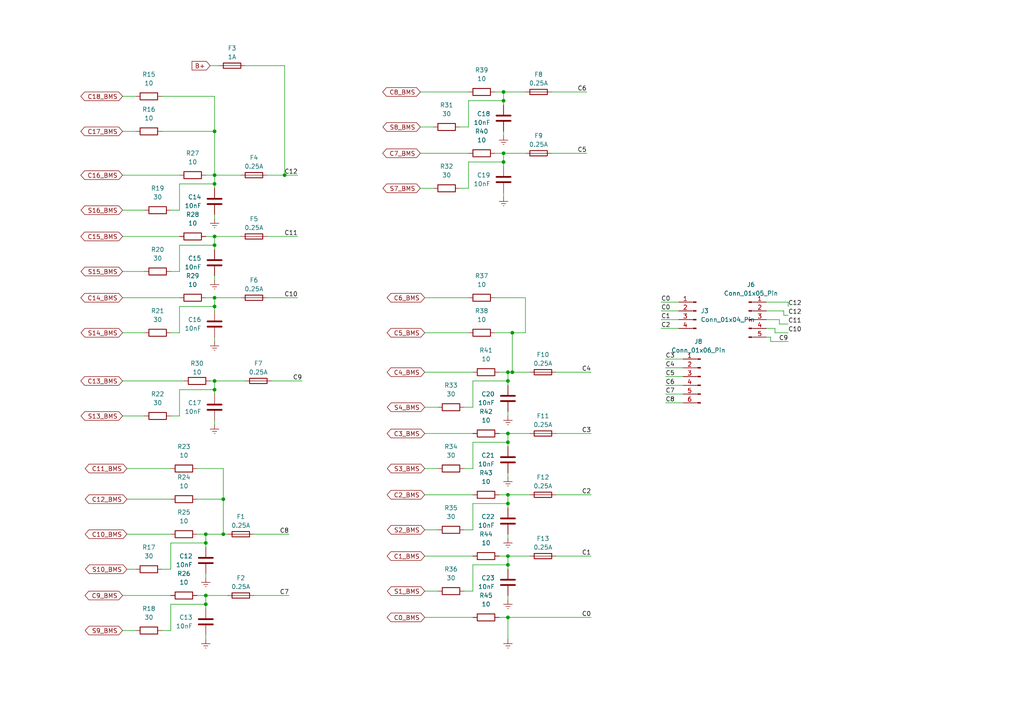
<source format=kicad_sch>
(kicad_sch (version 20230121) (generator eeschema)

  (uuid a5218fa7-6360-4d61-957d-b086ff71c1f6)

  (paper "A4")

  (lib_symbols
    (symbol "Connector:Conn_01x04_Pin" (pin_names (offset 1.016) hide) (in_bom yes) (on_board yes)
      (property "Reference" "J" (at 0 5.08 0)
        (effects (font (size 1.27 1.27)))
      )
      (property "Value" "Conn_01x04_Pin" (at 0 -7.62 0)
        (effects (font (size 1.27 1.27)))
      )
      (property "Footprint" "" (at 0 0 0)
        (effects (font (size 1.27 1.27)) hide)
      )
      (property "Datasheet" "~" (at 0 0 0)
        (effects (font (size 1.27 1.27)) hide)
      )
      (property "ki_locked" "" (at 0 0 0)
        (effects (font (size 1.27 1.27)))
      )
      (property "ki_keywords" "connector" (at 0 0 0)
        (effects (font (size 1.27 1.27)) hide)
      )
      (property "ki_description" "Generic connector, single row, 01x04, script generated" (at 0 0 0)
        (effects (font (size 1.27 1.27)) hide)
      )
      (property "ki_fp_filters" "Connector*:*_1x??_*" (at 0 0 0)
        (effects (font (size 1.27 1.27)) hide)
      )
      (symbol "Conn_01x04_Pin_1_1"
        (polyline
          (pts
            (xy 1.27 -5.08)
            (xy 0.8636 -5.08)
          )
          (stroke (width 0.1524) (type default))
          (fill (type none))
        )
        (polyline
          (pts
            (xy 1.27 -2.54)
            (xy 0.8636 -2.54)
          )
          (stroke (width 0.1524) (type default))
          (fill (type none))
        )
        (polyline
          (pts
            (xy 1.27 0)
            (xy 0.8636 0)
          )
          (stroke (width 0.1524) (type default))
          (fill (type none))
        )
        (polyline
          (pts
            (xy 1.27 2.54)
            (xy 0.8636 2.54)
          )
          (stroke (width 0.1524) (type default))
          (fill (type none))
        )
        (rectangle (start 0.8636 -4.953) (end 0 -5.207)
          (stroke (width 0.1524) (type default))
          (fill (type outline))
        )
        (rectangle (start 0.8636 -2.413) (end 0 -2.667)
          (stroke (width 0.1524) (type default))
          (fill (type outline))
        )
        (rectangle (start 0.8636 0.127) (end 0 -0.127)
          (stroke (width 0.1524) (type default))
          (fill (type outline))
        )
        (rectangle (start 0.8636 2.667) (end 0 2.413)
          (stroke (width 0.1524) (type default))
          (fill (type outline))
        )
        (pin passive line (at 5.08 2.54 180) (length 3.81)
          (name "Pin_1" (effects (font (size 1.27 1.27))))
          (number "1" (effects (font (size 1.27 1.27))))
        )
        (pin passive line (at 5.08 0 180) (length 3.81)
          (name "Pin_2" (effects (font (size 1.27 1.27))))
          (number "2" (effects (font (size 1.27 1.27))))
        )
        (pin passive line (at 5.08 -2.54 180) (length 3.81)
          (name "Pin_3" (effects (font (size 1.27 1.27))))
          (number "3" (effects (font (size 1.27 1.27))))
        )
        (pin passive line (at 5.08 -5.08 180) (length 3.81)
          (name "Pin_4" (effects (font (size 1.27 1.27))))
          (number "4" (effects (font (size 1.27 1.27))))
        )
      )
    )
    (symbol "Connector:Conn_01x05_Pin" (pin_names (offset 1.016) hide) (in_bom yes) (on_board yes)
      (property "Reference" "J" (at 0 7.62 0)
        (effects (font (size 1.27 1.27)))
      )
      (property "Value" "Conn_01x05_Pin" (at 0 -7.62 0)
        (effects (font (size 1.27 1.27)))
      )
      (property "Footprint" "" (at 0 0 0)
        (effects (font (size 1.27 1.27)) hide)
      )
      (property "Datasheet" "~" (at 0 0 0)
        (effects (font (size 1.27 1.27)) hide)
      )
      (property "ki_locked" "" (at 0 0 0)
        (effects (font (size 1.27 1.27)))
      )
      (property "ki_keywords" "connector" (at 0 0 0)
        (effects (font (size 1.27 1.27)) hide)
      )
      (property "ki_description" "Generic connector, single row, 01x05, script generated" (at 0 0 0)
        (effects (font (size 1.27 1.27)) hide)
      )
      (property "ki_fp_filters" "Connector*:*_1x??_*" (at 0 0 0)
        (effects (font (size 1.27 1.27)) hide)
      )
      (symbol "Conn_01x05_Pin_1_1"
        (polyline
          (pts
            (xy 1.27 -5.08)
            (xy 0.8636 -5.08)
          )
          (stroke (width 0.1524) (type default))
          (fill (type none))
        )
        (polyline
          (pts
            (xy 1.27 -2.54)
            (xy 0.8636 -2.54)
          )
          (stroke (width 0.1524) (type default))
          (fill (type none))
        )
        (polyline
          (pts
            (xy 1.27 0)
            (xy 0.8636 0)
          )
          (stroke (width 0.1524) (type default))
          (fill (type none))
        )
        (polyline
          (pts
            (xy 1.27 2.54)
            (xy 0.8636 2.54)
          )
          (stroke (width 0.1524) (type default))
          (fill (type none))
        )
        (polyline
          (pts
            (xy 1.27 5.08)
            (xy 0.8636 5.08)
          )
          (stroke (width 0.1524) (type default))
          (fill (type none))
        )
        (rectangle (start 0.8636 -4.953) (end 0 -5.207)
          (stroke (width 0.1524) (type default))
          (fill (type outline))
        )
        (rectangle (start 0.8636 -2.413) (end 0 -2.667)
          (stroke (width 0.1524) (type default))
          (fill (type outline))
        )
        (rectangle (start 0.8636 0.127) (end 0 -0.127)
          (stroke (width 0.1524) (type default))
          (fill (type outline))
        )
        (rectangle (start 0.8636 2.667) (end 0 2.413)
          (stroke (width 0.1524) (type default))
          (fill (type outline))
        )
        (rectangle (start 0.8636 5.207) (end 0 4.953)
          (stroke (width 0.1524) (type default))
          (fill (type outline))
        )
        (pin passive line (at 5.08 5.08 180) (length 3.81)
          (name "Pin_1" (effects (font (size 1.27 1.27))))
          (number "1" (effects (font (size 1.27 1.27))))
        )
        (pin passive line (at 5.08 2.54 180) (length 3.81)
          (name "Pin_2" (effects (font (size 1.27 1.27))))
          (number "2" (effects (font (size 1.27 1.27))))
        )
        (pin passive line (at 5.08 0 180) (length 3.81)
          (name "Pin_3" (effects (font (size 1.27 1.27))))
          (number "3" (effects (font (size 1.27 1.27))))
        )
        (pin passive line (at 5.08 -2.54 180) (length 3.81)
          (name "Pin_4" (effects (font (size 1.27 1.27))))
          (number "4" (effects (font (size 1.27 1.27))))
        )
        (pin passive line (at 5.08 -5.08 180) (length 3.81)
          (name "Pin_5" (effects (font (size 1.27 1.27))))
          (number "5" (effects (font (size 1.27 1.27))))
        )
      )
    )
    (symbol "Connector:Conn_01x06_Pin" (pin_names (offset 1.016) hide) (in_bom yes) (on_board yes)
      (property "Reference" "J" (at 0 7.62 0)
        (effects (font (size 1.27 1.27)))
      )
      (property "Value" "Conn_01x06_Pin" (at 0 -10.16 0)
        (effects (font (size 1.27 1.27)))
      )
      (property "Footprint" "" (at 0 0 0)
        (effects (font (size 1.27 1.27)) hide)
      )
      (property "Datasheet" "~" (at 0 0 0)
        (effects (font (size 1.27 1.27)) hide)
      )
      (property "ki_locked" "" (at 0 0 0)
        (effects (font (size 1.27 1.27)))
      )
      (property "ki_keywords" "connector" (at 0 0 0)
        (effects (font (size 1.27 1.27)) hide)
      )
      (property "ki_description" "Generic connector, single row, 01x06, script generated" (at 0 0 0)
        (effects (font (size 1.27 1.27)) hide)
      )
      (property "ki_fp_filters" "Connector*:*_1x??_*" (at 0 0 0)
        (effects (font (size 1.27 1.27)) hide)
      )
      (symbol "Conn_01x06_Pin_1_1"
        (polyline
          (pts
            (xy 1.27 -7.62)
            (xy 0.8636 -7.62)
          )
          (stroke (width 0.1524) (type default))
          (fill (type none))
        )
        (polyline
          (pts
            (xy 1.27 -5.08)
            (xy 0.8636 -5.08)
          )
          (stroke (width 0.1524) (type default))
          (fill (type none))
        )
        (polyline
          (pts
            (xy 1.27 -2.54)
            (xy 0.8636 -2.54)
          )
          (stroke (width 0.1524) (type default))
          (fill (type none))
        )
        (polyline
          (pts
            (xy 1.27 0)
            (xy 0.8636 0)
          )
          (stroke (width 0.1524) (type default))
          (fill (type none))
        )
        (polyline
          (pts
            (xy 1.27 2.54)
            (xy 0.8636 2.54)
          )
          (stroke (width 0.1524) (type default))
          (fill (type none))
        )
        (polyline
          (pts
            (xy 1.27 5.08)
            (xy 0.8636 5.08)
          )
          (stroke (width 0.1524) (type default))
          (fill (type none))
        )
        (rectangle (start 0.8636 -7.493) (end 0 -7.747)
          (stroke (width 0.1524) (type default))
          (fill (type outline))
        )
        (rectangle (start 0.8636 -4.953) (end 0 -5.207)
          (stroke (width 0.1524) (type default))
          (fill (type outline))
        )
        (rectangle (start 0.8636 -2.413) (end 0 -2.667)
          (stroke (width 0.1524) (type default))
          (fill (type outline))
        )
        (rectangle (start 0.8636 0.127) (end 0 -0.127)
          (stroke (width 0.1524) (type default))
          (fill (type outline))
        )
        (rectangle (start 0.8636 2.667) (end 0 2.413)
          (stroke (width 0.1524) (type default))
          (fill (type outline))
        )
        (rectangle (start 0.8636 5.207) (end 0 4.953)
          (stroke (width 0.1524) (type default))
          (fill (type outline))
        )
        (pin passive line (at 5.08 5.08 180) (length 3.81)
          (name "Pin_1" (effects (font (size 1.27 1.27))))
          (number "1" (effects (font (size 1.27 1.27))))
        )
        (pin passive line (at 5.08 2.54 180) (length 3.81)
          (name "Pin_2" (effects (font (size 1.27 1.27))))
          (number "2" (effects (font (size 1.27 1.27))))
        )
        (pin passive line (at 5.08 0 180) (length 3.81)
          (name "Pin_3" (effects (font (size 1.27 1.27))))
          (number "3" (effects (font (size 1.27 1.27))))
        )
        (pin passive line (at 5.08 -2.54 180) (length 3.81)
          (name "Pin_4" (effects (font (size 1.27 1.27))))
          (number "4" (effects (font (size 1.27 1.27))))
        )
        (pin passive line (at 5.08 -5.08 180) (length 3.81)
          (name "Pin_5" (effects (font (size 1.27 1.27))))
          (number "5" (effects (font (size 1.27 1.27))))
        )
        (pin passive line (at 5.08 -7.62 180) (length 3.81)
          (name "Pin_6" (effects (font (size 1.27 1.27))))
          (number "6" (effects (font (size 1.27 1.27))))
        )
      )
    )
    (symbol "Device:C" (pin_numbers hide) (pin_names (offset 0.254)) (in_bom yes) (on_board yes)
      (property "Reference" "C" (at 0.635 2.54 0)
        (effects (font (size 1.27 1.27)) (justify left))
      )
      (property "Value" "C" (at 0.635 -2.54 0)
        (effects (font (size 1.27 1.27)) (justify left))
      )
      (property "Footprint" "" (at 0.9652 -3.81 0)
        (effects (font (size 1.27 1.27)) hide)
      )
      (property "Datasheet" "~" (at 0 0 0)
        (effects (font (size 1.27 1.27)) hide)
      )
      (property "ki_keywords" "cap capacitor" (at 0 0 0)
        (effects (font (size 1.27 1.27)) hide)
      )
      (property "ki_description" "Unpolarized capacitor" (at 0 0 0)
        (effects (font (size 1.27 1.27)) hide)
      )
      (property "ki_fp_filters" "C_*" (at 0 0 0)
        (effects (font (size 1.27 1.27)) hide)
      )
      (symbol "C_0_1"
        (polyline
          (pts
            (xy -2.032 -0.762)
            (xy 2.032 -0.762)
          )
          (stroke (width 0.508) (type default))
          (fill (type none))
        )
        (polyline
          (pts
            (xy -2.032 0.762)
            (xy 2.032 0.762)
          )
          (stroke (width 0.508) (type default))
          (fill (type none))
        )
      )
      (symbol "C_1_1"
        (pin passive line (at 0 3.81 270) (length 2.794)
          (name "~" (effects (font (size 1.27 1.27))))
          (number "1" (effects (font (size 1.27 1.27))))
        )
        (pin passive line (at 0 -3.81 90) (length 2.794)
          (name "~" (effects (font (size 1.27 1.27))))
          (number "2" (effects (font (size 1.27 1.27))))
        )
      )
    )
    (symbol "Device:Fuse" (pin_numbers hide) (pin_names (offset 0)) (in_bom yes) (on_board yes)
      (property "Reference" "F" (at 2.032 0 90)
        (effects (font (size 1.27 1.27)))
      )
      (property "Value" "Fuse" (at -1.905 0 90)
        (effects (font (size 1.27 1.27)))
      )
      (property "Footprint" "" (at -1.778 0 90)
        (effects (font (size 1.27 1.27)) hide)
      )
      (property "Datasheet" "~" (at 0 0 0)
        (effects (font (size 1.27 1.27)) hide)
      )
      (property "ki_keywords" "fuse" (at 0 0 0)
        (effects (font (size 1.27 1.27)) hide)
      )
      (property "ki_description" "Fuse" (at 0 0 0)
        (effects (font (size 1.27 1.27)) hide)
      )
      (property "ki_fp_filters" "*Fuse*" (at 0 0 0)
        (effects (font (size 1.27 1.27)) hide)
      )
      (symbol "Fuse_0_1"
        (rectangle (start -0.762 -2.54) (end 0.762 2.54)
          (stroke (width 0.254) (type default))
          (fill (type none))
        )
        (polyline
          (pts
            (xy 0 2.54)
            (xy 0 -2.54)
          )
          (stroke (width 0) (type default))
          (fill (type none))
        )
      )
      (symbol "Fuse_1_1"
        (pin passive line (at 0 3.81 270) (length 1.27)
          (name "~" (effects (font (size 1.27 1.27))))
          (number "1" (effects (font (size 1.27 1.27))))
        )
        (pin passive line (at 0 -3.81 90) (length 1.27)
          (name "~" (effects (font (size 1.27 1.27))))
          (number "2" (effects (font (size 1.27 1.27))))
        )
      )
    )
    (symbol "Device:R" (pin_numbers hide) (pin_names (offset 0)) (in_bom yes) (on_board yes)
      (property "Reference" "R" (at 2.032 0 90)
        (effects (font (size 1.27 1.27)))
      )
      (property "Value" "R" (at 0 0 90)
        (effects (font (size 1.27 1.27)))
      )
      (property "Footprint" "" (at -1.778 0 90)
        (effects (font (size 1.27 1.27)) hide)
      )
      (property "Datasheet" "~" (at 0 0 0)
        (effects (font (size 1.27 1.27)) hide)
      )
      (property "ki_keywords" "R res resistor" (at 0 0 0)
        (effects (font (size 1.27 1.27)) hide)
      )
      (property "ki_description" "Resistor" (at 0 0 0)
        (effects (font (size 1.27 1.27)) hide)
      )
      (property "ki_fp_filters" "R_*" (at 0 0 0)
        (effects (font (size 1.27 1.27)) hide)
      )
      (symbol "R_0_1"
        (rectangle (start -1.016 -2.54) (end 1.016 2.54)
          (stroke (width 0.254) (type default))
          (fill (type none))
        )
      )
      (symbol "R_1_1"
        (pin passive line (at 0 3.81 270) (length 1.27)
          (name "~" (effects (font (size 1.27 1.27))))
          (number "1" (effects (font (size 1.27 1.27))))
        )
        (pin passive line (at 0 -3.81 90) (length 1.27)
          (name "~" (effects (font (size 1.27 1.27))))
          (number "2" (effects (font (size 1.27 1.27))))
        )
      )
    )
    (symbol "power:GNDREF" (power) (pin_names (offset 0)) (in_bom yes) (on_board yes)
      (property "Reference" "#PWR" (at 0 -6.35 0)
        (effects (font (size 1.27 1.27)) hide)
      )
      (property "Value" "GNDREF" (at 0 -3.81 0)
        (effects (font (size 1.27 1.27)))
      )
      (property "Footprint" "" (at 0 0 0)
        (effects (font (size 1.27 1.27)) hide)
      )
      (property "Datasheet" "" (at 0 0 0)
        (effects (font (size 1.27 1.27)) hide)
      )
      (property "ki_keywords" "global power" (at 0 0 0)
        (effects (font (size 1.27 1.27)) hide)
      )
      (property "ki_description" "Power symbol creates a global label with name \"GNDREF\" , reference supply ground" (at 0 0 0)
        (effects (font (size 1.27 1.27)) hide)
      )
      (symbol "GNDREF_0_1"
        (polyline
          (pts
            (xy -0.635 -1.905)
            (xy 0.635 -1.905)
          )
          (stroke (width 0) (type default))
          (fill (type none))
        )
        (polyline
          (pts
            (xy -0.127 -2.54)
            (xy 0.127 -2.54)
          )
          (stroke (width 0) (type default))
          (fill (type none))
        )
        (polyline
          (pts
            (xy 0 -1.27)
            (xy 0 0)
          )
          (stroke (width 0) (type default))
          (fill (type none))
        )
        (polyline
          (pts
            (xy 1.27 -1.27)
            (xy -1.27 -1.27)
          )
          (stroke (width 0) (type default))
          (fill (type none))
        )
      )
      (symbol "GNDREF_1_1"
        (pin power_in line (at 0 0 270) (length 0) hide
          (name "GNDREF" (effects (font (size 1.27 1.27))))
          (number "1" (effects (font (size 1.27 1.27))))
        )
      )
    )
  )

  (junction (at 146.05 26.67) (diameter 0) (color 0 0 0 0)
    (uuid 05cbe73b-b6a0-46ba-b94a-08af6e759379)
  )
  (junction (at 62.23 50.8) (diameter 0) (color 0 0 0 0)
    (uuid 0ffbd1d4-2510-417e-b0e9-0a7134a79d18)
  )
  (junction (at 64.77 154.94) (diameter 0) (color 0 0 0 0)
    (uuid 1224c1dd-f8d6-4ad7-970c-2ee93a63611a)
  )
  (junction (at 62.23 88.9) (diameter 0) (color 0 0 0 0)
    (uuid 2395b31f-9fcb-4aca-802e-001d0a5a17a2)
  )
  (junction (at 147.32 107.95) (diameter 0) (color 0 0 0 0)
    (uuid 390a43be-1760-449f-9040-c9cd47426879)
  )
  (junction (at 146.05 29.21) (diameter 0) (color 0 0 0 0)
    (uuid 3ff50854-bd3a-49cb-8795-4db9e8bd0b00)
  )
  (junction (at 147.32 143.51) (diameter 0) (color 0 0 0 0)
    (uuid 4a03c3cb-17e1-4aaf-9623-8b18368d46dc)
  )
  (junction (at 62.23 53.34) (diameter 0) (color 0 0 0 0)
    (uuid 4a2cba8a-e797-4e6f-b365-3259647320a7)
  )
  (junction (at 146.05 44.45) (diameter 0) (color 0 0 0 0)
    (uuid 4dae6607-2385-43a2-b773-5860c89b2d0f)
  )
  (junction (at 147.32 161.29) (diameter 0) (color 0 0 0 0)
    (uuid 54049491-d8a3-4899-93ae-b954e70b1d33)
  )
  (junction (at 147.32 146.05) (diameter 0) (color 0 0 0 0)
    (uuid 5a963673-9188-4edf-9192-96d1ec0ae509)
  )
  (junction (at 59.69 154.94) (diameter 0) (color 0 0 0 0)
    (uuid 643dab19-8cf8-4ad2-adca-87e2209589c1)
  )
  (junction (at 148.59 107.95) (diameter 0) (color 0 0 0 0)
    (uuid 7260cefd-63c2-45dd-bafb-3a92ccf9a207)
  )
  (junction (at 148.59 96.52) (diameter 0) (color 0 0 0 0)
    (uuid 7d2d90b1-c519-4e7a-a6b6-72e49f8001df)
  )
  (junction (at 59.69 172.72) (diameter 0) (color 0 0 0 0)
    (uuid 95a329e7-893e-428d-9185-8d06b2a15116)
  )
  (junction (at 62.23 110.49) (diameter 0) (color 0 0 0 0)
    (uuid 9c7adc8f-c53b-4f8e-b8d3-f97adf1cf239)
  )
  (junction (at 147.32 179.07) (diameter 0) (color 0 0 0 0)
    (uuid 9e20e40f-7a65-4ff3-bccd-866dabc802a6)
  )
  (junction (at 62.23 86.36) (diameter 0) (color 0 0 0 0)
    (uuid a293722b-ee0c-41bf-a8b2-df8ebc607141)
  )
  (junction (at 146.05 46.99) (diameter 0) (color 0 0 0 0)
    (uuid aaf3152d-fad4-4125-b39e-54680c0c6774)
  )
  (junction (at 59.69 157.48) (diameter 0) (color 0 0 0 0)
    (uuid adaa0514-3374-4c22-9676-439364d81085)
  )
  (junction (at 62.23 68.58) (diameter 0) (color 0 0 0 0)
    (uuid b499adde-dbb3-4b35-8641-c768b5c335b9)
  )
  (junction (at 62.23 38.1) (diameter 0) (color 0 0 0 0)
    (uuid b5f34544-8b75-46da-869a-0c1e15840a49)
  )
  (junction (at 147.32 110.49) (diameter 0) (color 0 0 0 0)
    (uuid b762f595-64d5-4435-9a49-d517d109897d)
  )
  (junction (at 147.32 163.83) (diameter 0) (color 0 0 0 0)
    (uuid b9c3cf43-bbfd-4caf-a5f8-88d00fec0895)
  )
  (junction (at 64.77 144.78) (diameter 0) (color 0 0 0 0)
    (uuid cc4611f4-ebaa-4ef3-8910-3f6a796179c0)
  )
  (junction (at 59.69 175.26) (diameter 0) (color 0 0 0 0)
    (uuid d6678851-80b6-46ac-b6d3-5941e3c0950c)
  )
  (junction (at 147.32 125.73) (diameter 0) (color 0 0 0 0)
    (uuid d9d2ce8f-b3c0-408d-84be-ead1f12a80f6)
  )
  (junction (at 62.23 113.03) (diameter 0) (color 0 0 0 0)
    (uuid daad70ef-10d6-483c-909a-13e7bfcf60bf)
  )
  (junction (at 147.32 128.27) (diameter 0) (color 0 0 0 0)
    (uuid f65c6aab-208c-4166-b21c-721e47cd16a7)
  )
  (junction (at 62.23 71.12) (diameter 0) (color 0 0 0 0)
    (uuid fa743919-a0ea-4fbf-8ade-7433598ecf63)
  )
  (junction (at 82.55 50.8) (diameter 0) (color 0 0 0 0)
    (uuid fe334833-3f24-47c8-98ed-5c1db795b056)
  )

  (wire (pts (xy 224.79 96.52) (xy 228.6 96.52))
    (stroke (width 0) (type default))
    (uuid 007e3341-fb41-423e-a3fa-136208c893d5)
  )
  (wire (pts (xy 228.6 87.63) (xy 228.6 88.9))
    (stroke (width 0) (type default))
    (uuid 03001bae-583c-4d54-aa17-b3eebf22306a)
  )
  (wire (pts (xy 62.23 113.03) (xy 62.23 114.3))
    (stroke (width 0) (type default))
    (uuid 04d8cc26-63a4-4598-bb09-7fdc8ec57e0f)
  )
  (wire (pts (xy 146.05 29.21) (xy 135.89 29.21))
    (stroke (width 0) (type default))
    (uuid 0994a48e-9ec1-4f32-a6ac-18ceab943fda)
  )
  (wire (pts (xy 52.07 78.74) (xy 52.07 71.12))
    (stroke (width 0) (type default))
    (uuid 099b5cd4-9491-45c8-bea4-f7f0852cd791)
  )
  (wire (pts (xy 86.36 50.8) (xy 82.55 50.8))
    (stroke (width 0) (type default))
    (uuid 0aab1dd5-eada-4483-9a0a-61219104ac77)
  )
  (wire (pts (xy 59.69 175.26) (xy 59.69 176.53))
    (stroke (width 0) (type default))
    (uuid 0bbd3ff4-fb67-4e92-a544-9c8c336baa34)
  )
  (wire (pts (xy 147.32 107.95) (xy 147.32 110.49))
    (stroke (width 0) (type default))
    (uuid 0c9f5c9c-fe24-45ef-ba85-131d916f0172)
  )
  (wire (pts (xy 62.23 113.03) (xy 52.07 113.03))
    (stroke (width 0) (type default))
    (uuid 0dac6f4f-1dc6-4d0b-a300-d4b48a21a95d)
  )
  (wire (pts (xy 62.23 50.8) (xy 62.23 53.34))
    (stroke (width 0) (type default))
    (uuid 10b6467f-6eec-4f99-bfa6-030aafa07eea)
  )
  (wire (pts (xy 222.25 87.63) (xy 228.6 87.63))
    (stroke (width 0) (type default))
    (uuid 113893fc-3db5-4da0-9030-1180528603fc)
  )
  (wire (pts (xy 137.16 143.51) (xy 123.19 143.51))
    (stroke (width 0) (type default))
    (uuid 11e7e39c-b37e-4261-b195-e97c5d482aab)
  )
  (wire (pts (xy 35.56 68.58) (xy 52.07 68.58))
    (stroke (width 0) (type default))
    (uuid 11fd3e9c-e80d-476d-bcd6-db7fa8a76dc3)
  )
  (wire (pts (xy 69.85 86.36) (xy 62.23 86.36))
    (stroke (width 0) (type default))
    (uuid 12a1c880-3dbf-4564-8c8d-052d755cb5f0)
  )
  (wire (pts (xy 147.32 143.51) (xy 147.32 146.05))
    (stroke (width 0) (type default))
    (uuid 130433f0-795d-4242-9e21-99b83fabce8d)
  )
  (wire (pts (xy 146.05 46.99) (xy 135.89 46.99))
    (stroke (width 0) (type default))
    (uuid 130733b5-0455-410d-a9cf-45498fe3e058)
  )
  (wire (pts (xy 52.07 96.52) (xy 52.07 88.9))
    (stroke (width 0) (type default))
    (uuid 13d9599f-b19b-4ed0-a5eb-29204c7fb809)
  )
  (wire (pts (xy 171.45 143.51) (xy 161.29 143.51))
    (stroke (width 0) (type default))
    (uuid 13e94859-b745-4866-aa55-5dd958249585)
  )
  (wire (pts (xy 36.83 154.94) (xy 49.53 154.94))
    (stroke (width 0) (type default))
    (uuid 1493b5a7-ef89-47a1-9717-ea6f81974cf3)
  )
  (wire (pts (xy 127 135.89) (xy 123.19 135.89))
    (stroke (width 0) (type default))
    (uuid 151a3dc2-00cd-4768-a66a-db2467f953e6)
  )
  (wire (pts (xy 59.69 172.72) (xy 59.69 175.26))
    (stroke (width 0) (type default))
    (uuid 16f8c2f1-6741-40fe-9557-30229e1885c8)
  )
  (wire (pts (xy 147.32 125.73) (xy 147.32 128.27))
    (stroke (width 0) (type default))
    (uuid 17e1b805-628b-4734-961e-050e448b0f30)
  )
  (wire (pts (xy 83.82 172.72) (xy 73.66 172.72))
    (stroke (width 0) (type default))
    (uuid 1848e65d-6408-4f7f-ab78-07253b12a2f1)
  )
  (wire (pts (xy 35.56 110.49) (xy 53.34 110.49))
    (stroke (width 0) (type default))
    (uuid 19409740-aa97-4311-b695-529e586d810c)
  )
  (wire (pts (xy 152.4 44.45) (xy 146.05 44.45))
    (stroke (width 0) (type default))
    (uuid 1a0bd368-b7ea-453b-8c56-0ee68cc25aed)
  )
  (wire (pts (xy 152.4 86.36) (xy 152.4 96.52))
    (stroke (width 0) (type default))
    (uuid 1cd0b238-045d-41eb-acc1-a59a56f91561)
  )
  (wire (pts (xy 223.52 97.79) (xy 222.25 97.79))
    (stroke (width 0) (type default))
    (uuid 1eaceb5b-877b-4567-81a0-76f5d4f408d2)
  )
  (wire (pts (xy 146.05 26.67) (xy 146.05 29.21))
    (stroke (width 0) (type default))
    (uuid 1ece1467-b221-439d-9ed9-d00d8878ec03)
  )
  (wire (pts (xy 62.23 68.58) (xy 59.69 68.58))
    (stroke (width 0) (type default))
    (uuid 20e25ec7-a111-4fee-b46b-37c07c310a28)
  )
  (wire (pts (xy 52.07 120.65) (xy 52.07 113.03))
    (stroke (width 0) (type default))
    (uuid 20ea1df8-791e-478c-8f64-9668da9656bc)
  )
  (wire (pts (xy 62.23 68.58) (xy 62.23 71.12))
    (stroke (width 0) (type default))
    (uuid 220eba16-c9b3-4f6f-8b66-3496e5cee3f6)
  )
  (wire (pts (xy 147.32 146.05) (xy 147.32 147.32))
    (stroke (width 0) (type default))
    (uuid 225b26e7-95b2-4a97-9a6a-71d383b2b999)
  )
  (wire (pts (xy 62.23 110.49) (xy 62.23 113.03))
    (stroke (width 0) (type default))
    (uuid 24565a0d-f07d-4462-8cd0-8ce98b40d935)
  )
  (wire (pts (xy 226.06 92.71) (xy 226.06 93.98))
    (stroke (width 0) (type default))
    (uuid 254ea59e-5ab8-4fad-b293-2ca156820db1)
  )
  (wire (pts (xy 52.07 60.96) (xy 52.07 53.34))
    (stroke (width 0) (type default))
    (uuid 29bafabd-c053-49f7-be7d-6a2f4b884de5)
  )
  (wire (pts (xy 123.19 96.52) (xy 135.89 96.52))
    (stroke (width 0) (type default))
    (uuid 29df7513-18b0-4ed7-b606-c7302b758575)
  )
  (wire (pts (xy 226.06 93.98) (xy 228.6 93.98))
    (stroke (width 0) (type default))
    (uuid 2b01f40a-c83b-43d7-a0d2-32a81d305761)
  )
  (wire (pts (xy 146.05 44.45) (xy 143.51 44.45))
    (stroke (width 0) (type default))
    (uuid 2bcca8cc-104c-479c-9301-fe730d5bcc36)
  )
  (wire (pts (xy 147.32 110.49) (xy 147.32 111.76))
    (stroke (width 0) (type default))
    (uuid 2e69f324-e4a1-481d-b665-1e11119e4e63)
  )
  (wire (pts (xy 147.32 128.27) (xy 147.32 129.54))
    (stroke (width 0) (type default))
    (uuid 301cb955-78e0-49b7-abd0-b771ef803748)
  )
  (wire (pts (xy 64.77 144.78) (xy 64.77 154.94))
    (stroke (width 0) (type default))
    (uuid 3101abea-9f03-4c39-a958-175c5f8f675c)
  )
  (wire (pts (xy 222.25 92.71) (xy 226.06 92.71))
    (stroke (width 0) (type default))
    (uuid 332f9acc-03e1-4b23-9953-b45ebb8f47ec)
  )
  (wire (pts (xy 133.35 54.61) (xy 135.89 54.61))
    (stroke (width 0) (type default))
    (uuid 340a1291-8677-41fe-a9d2-38a68b5d26dd)
  )
  (wire (pts (xy 69.85 68.58) (xy 62.23 68.58))
    (stroke (width 0) (type default))
    (uuid 362f744a-9a0d-4b33-9c17-e5ca984c7595)
  )
  (wire (pts (xy 137.16 161.29) (xy 123.19 161.29))
    (stroke (width 0) (type default))
    (uuid 370f0ff2-d836-449b-b068-8d4927570e47)
  )
  (wire (pts (xy 69.85 50.8) (xy 62.23 50.8))
    (stroke (width 0) (type default))
    (uuid 37cdca0e-b101-463a-ae1a-a9f25f2bea4a)
  )
  (wire (pts (xy 143.51 86.36) (xy 152.4 86.36))
    (stroke (width 0) (type default))
    (uuid 381743dd-be96-4c9d-8e89-c0f998d7cef1)
  )
  (wire (pts (xy 222.25 95.25) (xy 224.79 95.25))
    (stroke (width 0) (type default))
    (uuid 3b479e37-b790-4790-b540-e24a35c8eac3)
  )
  (wire (pts (xy 148.59 107.95) (xy 147.32 107.95))
    (stroke (width 0) (type default))
    (uuid 3d44607a-e4f8-4850-a25b-4f03240f5d15)
  )
  (wire (pts (xy 143.51 96.52) (xy 148.59 96.52))
    (stroke (width 0) (type default))
    (uuid 405e041f-4c98-445d-99c5-1903a7cc01f6)
  )
  (wire (pts (xy 49.53 165.1) (xy 49.53 157.48))
    (stroke (width 0) (type default))
    (uuid 40d1a224-22cb-42c9-a752-c915d9e114e0)
  )
  (wire (pts (xy 170.18 26.67) (xy 160.02 26.67))
    (stroke (width 0) (type default))
    (uuid 447ec895-18f9-4fd7-9928-026ea77e7c0c)
  )
  (wire (pts (xy 146.05 38.1) (xy 146.05 39.37))
    (stroke (width 0) (type default))
    (uuid 492d1deb-f895-407f-bd2a-9fac0da918bf)
  )
  (wire (pts (xy 62.23 86.36) (xy 59.69 86.36))
    (stroke (width 0) (type default))
    (uuid 49e5889a-5f2f-4106-b3a9-cc58e39011af)
  )
  (wire (pts (xy 137.16 135.89) (xy 137.16 128.27))
    (stroke (width 0) (type default))
    (uuid 4afb0b24-3c6b-4d08-bee5-dc1e884597e5)
  )
  (wire (pts (xy 62.23 97.79) (xy 62.23 99.06))
    (stroke (width 0) (type default))
    (uuid 4b2e1d7f-e857-40de-9149-6f9d7385b699)
  )
  (wire (pts (xy 83.82 154.94) (xy 73.66 154.94))
    (stroke (width 0) (type default))
    (uuid 4c489d7c-9b8e-4961-93d1-c4b79807ab78)
  )
  (wire (pts (xy 146.05 55.88) (xy 146.05 57.15))
    (stroke (width 0) (type default))
    (uuid 5158b3c8-43e0-4e8e-846e-55805c502786)
  )
  (wire (pts (xy 62.23 88.9) (xy 52.07 88.9))
    (stroke (width 0) (type default))
    (uuid 52689a45-6dd7-4a3e-8949-919c5b6b6406)
  )
  (wire (pts (xy 59.69 157.48) (xy 59.69 158.75))
    (stroke (width 0) (type default))
    (uuid 5294fa5d-57ab-4362-a089-5f6c2023c4e7)
  )
  (wire (pts (xy 135.89 36.83) (xy 135.89 29.21))
    (stroke (width 0) (type default))
    (uuid 56d8c23b-d070-4c2f-9251-3f1d542f80d3)
  )
  (wire (pts (xy 147.32 154.94) (xy 147.32 156.21))
    (stroke (width 0) (type default))
    (uuid 57145fb2-d33d-46db-85c0-aa6b853cc370)
  )
  (wire (pts (xy 191.77 90.17) (xy 196.85 90.17))
    (stroke (width 0) (type default))
    (uuid 588b71a0-bd9c-4e6e-9f1e-da12fb23728d)
  )
  (wire (pts (xy 62.23 80.01) (xy 62.23 81.28))
    (stroke (width 0) (type default))
    (uuid 5969250d-1dfe-484d-b57c-4a903a1af458)
  )
  (wire (pts (xy 127 171.45) (xy 123.19 171.45))
    (stroke (width 0) (type default))
    (uuid 5c11d1c0-056f-4a81-b5c5-60aa66eb06d4)
  )
  (wire (pts (xy 57.15 135.89) (xy 64.77 135.89))
    (stroke (width 0) (type default))
    (uuid 5d0a47fa-a4a8-44e1-b1fa-51d93818d171)
  )
  (wire (pts (xy 71.12 110.49) (xy 62.23 110.49))
    (stroke (width 0) (type default))
    (uuid 5e1d13d8-256b-42a7-807c-cc5e8ae600f2)
  )
  (wire (pts (xy 153.67 161.29) (xy 147.32 161.29))
    (stroke (width 0) (type default))
    (uuid 5f75669f-667d-4d41-849f-e61724234580)
  )
  (wire (pts (xy 46.99 182.88) (xy 49.53 182.88))
    (stroke (width 0) (type default))
    (uuid 619262c9-1e13-49bd-bdf0-7b06a5e1443c)
  )
  (wire (pts (xy 135.89 54.61) (xy 135.89 46.99))
    (stroke (width 0) (type default))
    (uuid 639cd268-4e86-4626-bd01-f8c23cc7e054)
  )
  (wire (pts (xy 35.56 27.94) (xy 39.37 27.94))
    (stroke (width 0) (type default))
    (uuid 648483eb-b4ab-496d-90a5-06aba245d890)
  )
  (wire (pts (xy 147.32 179.07) (xy 147.32 185.42))
    (stroke (width 0) (type default))
    (uuid 66dbd139-9a92-47ad-a100-140c94fde3eb)
  )
  (wire (pts (xy 170.18 44.45) (xy 160.02 44.45))
    (stroke (width 0) (type default))
    (uuid 697f6cc3-6fa8-4f2f-8a0c-fca97a033cf7)
  )
  (wire (pts (xy 59.69 154.94) (xy 59.69 157.48))
    (stroke (width 0) (type default))
    (uuid 6b2d9856-5bab-45fe-9316-92afb67c7070)
  )
  (wire (pts (xy 62.23 53.34) (xy 52.07 53.34))
    (stroke (width 0) (type default))
    (uuid 6c48554f-a088-49a5-9355-be2093877a71)
  )
  (wire (pts (xy 57.15 144.78) (xy 64.77 144.78))
    (stroke (width 0) (type default))
    (uuid 6d09a6e0-e02f-43c5-8f93-05f424b5f496)
  )
  (wire (pts (xy 191.77 95.25) (xy 196.85 95.25))
    (stroke (width 0) (type default))
    (uuid 6d4021c0-0c20-4205-a675-961e4549a9e4)
  )
  (wire (pts (xy 193.04 104.14) (xy 198.12 104.14))
    (stroke (width 0) (type default))
    (uuid 6ea3fc56-a6c5-45ed-9d1e-4db1a4f18c0b)
  )
  (wire (pts (xy 193.04 116.84) (xy 198.12 116.84))
    (stroke (width 0) (type default))
    (uuid 6f94757d-003a-4478-9595-d8d342642c88)
  )
  (wire (pts (xy 59.69 184.15) (xy 59.69 185.42))
    (stroke (width 0) (type default))
    (uuid 6fa5b8e9-8221-44f5-83d6-3980b3371701)
  )
  (wire (pts (xy 35.56 182.88) (xy 39.37 182.88))
    (stroke (width 0) (type default))
    (uuid 71494479-155a-4e56-966d-a1d86543c398)
  )
  (wire (pts (xy 62.23 121.92) (xy 62.23 123.19))
    (stroke (width 0) (type default))
    (uuid 7163dd98-d1af-4e42-901e-f63155e1fde4)
  )
  (wire (pts (xy 147.32 161.29) (xy 144.78 161.29))
    (stroke (width 0) (type default))
    (uuid 718d8bb5-e473-4237-8a1c-4e67b9656c7b)
  )
  (wire (pts (xy 63.5 19.05) (xy 60.96 19.05))
    (stroke (width 0) (type default))
    (uuid 720974d9-f5d5-412a-976e-91ae27ad1b0a)
  )
  (wire (pts (xy 62.23 50.8) (xy 59.69 50.8))
    (stroke (width 0) (type default))
    (uuid 73f43082-a37b-45b4-ae7a-cfcadfe8d551)
  )
  (wire (pts (xy 62.23 71.12) (xy 52.07 71.12))
    (stroke (width 0) (type default))
    (uuid 74020576-f6d9-4ff3-805f-57a96cee8f1b)
  )
  (wire (pts (xy 223.52 99.06) (xy 228.6 99.06))
    (stroke (width 0) (type default))
    (uuid 749543bb-ad07-4776-9b73-9b5177ec57a6)
  )
  (wire (pts (xy 59.69 175.26) (xy 49.53 175.26))
    (stroke (width 0) (type default))
    (uuid 768aff6e-ad80-4ef8-9e71-e0a0bc5c358e)
  )
  (wire (pts (xy 134.62 171.45) (xy 137.16 171.45))
    (stroke (width 0) (type default))
    (uuid 7724a0f7-c1d2-4f0c-b58b-92a2970f7fd8)
  )
  (wire (pts (xy 46.99 38.1) (xy 62.23 38.1))
    (stroke (width 0) (type default))
    (uuid 77897b21-0acb-4850-819b-73ff09f4b022)
  )
  (wire (pts (xy 64.77 135.89) (xy 64.77 144.78))
    (stroke (width 0) (type default))
    (uuid 7877a7c3-6c0c-4477-a702-216fc6db1b13)
  )
  (wire (pts (xy 171.45 125.73) (xy 161.29 125.73))
    (stroke (width 0) (type default))
    (uuid 7894b7c3-3a7d-45cd-a140-80f40391d4b6)
  )
  (wire (pts (xy 121.92 44.45) (xy 135.89 44.45))
    (stroke (width 0) (type default))
    (uuid 7c29583a-ea70-4c59-999b-75ba94fd8ef8)
  )
  (wire (pts (xy 147.32 161.29) (xy 147.32 163.83))
    (stroke (width 0) (type default))
    (uuid 7c87798a-38a8-4c24-bcef-76101a550aeb)
  )
  (wire (pts (xy 153.67 107.95) (xy 148.59 107.95))
    (stroke (width 0) (type default))
    (uuid 7eb3de68-3549-4cce-8583-88c7ec52c74e)
  )
  (wire (pts (xy 86.36 68.58) (xy 77.47 68.58))
    (stroke (width 0) (type default))
    (uuid 7ed6b891-8927-42f7-8d9c-fe1ae7d5a4f6)
  )
  (wire (pts (xy 148.59 96.52) (xy 148.59 107.95))
    (stroke (width 0) (type default))
    (uuid 825e883d-9348-40ed-bfbe-77c7e9054372)
  )
  (wire (pts (xy 222.25 90.17) (xy 227.33 90.17))
    (stroke (width 0) (type default))
    (uuid 85668add-ba38-42d6-a41d-3b18ab3935bf)
  )
  (wire (pts (xy 59.69 157.48) (xy 49.53 157.48))
    (stroke (width 0) (type default))
    (uuid 8abc5bb3-bc4d-455a-a94e-05d4070edb07)
  )
  (wire (pts (xy 146.05 26.67) (xy 152.4 26.67))
    (stroke (width 0) (type default))
    (uuid 8d54b139-ef3f-4b13-8007-ec493627e4b8)
  )
  (wire (pts (xy 193.04 109.22) (xy 198.12 109.22))
    (stroke (width 0) (type default))
    (uuid 8d909a16-0197-457f-9121-6ad8b4a3f1ab)
  )
  (wire (pts (xy 35.56 38.1) (xy 39.37 38.1))
    (stroke (width 0) (type default))
    (uuid 8e082ef2-acb7-4784-b22a-d61eb032932e)
  )
  (wire (pts (xy 134.62 153.67) (xy 137.16 153.67))
    (stroke (width 0) (type default))
    (uuid 8e7477d0-cae0-45d2-ae9f-48b7ac87f0ba)
  )
  (wire (pts (xy 191.77 87.63) (xy 196.85 87.63))
    (stroke (width 0) (type default))
    (uuid 91bf3d4b-ce33-4b36-921c-069990ea2032)
  )
  (wire (pts (xy 66.04 154.94) (xy 64.77 154.94))
    (stroke (width 0) (type default))
    (uuid 92033521-0cfe-4c33-8851-5fb21a3593b8)
  )
  (wire (pts (xy 121.92 36.83) (xy 125.73 36.83))
    (stroke (width 0) (type default))
    (uuid 92ed1d8c-c871-4721-a10d-2b64701e88f0)
  )
  (wire (pts (xy 123.19 86.36) (xy 135.89 86.36))
    (stroke (width 0) (type default))
    (uuid 960f0e0f-98ea-4cfc-94cb-0b4df13addd2)
  )
  (wire (pts (xy 224.79 95.25) (xy 224.79 96.52))
    (stroke (width 0) (type default))
    (uuid 995cc616-f525-4b9b-a999-5a4695bc206a)
  )
  (wire (pts (xy 35.56 172.72) (xy 49.53 172.72))
    (stroke (width 0) (type default))
    (uuid 9a1bdea8-d37d-403f-8162-4a02d4fb2ba4)
  )
  (wire (pts (xy 49.53 60.96) (xy 52.07 60.96))
    (stroke (width 0) (type default))
    (uuid 9ba7f82d-5366-4c8f-8387-6c00dc663f5b)
  )
  (wire (pts (xy 193.04 114.3) (xy 198.12 114.3))
    (stroke (width 0) (type default))
    (uuid 9e59c62e-505a-41a1-8035-8454207f508b)
  )
  (wire (pts (xy 134.62 135.89) (xy 137.16 135.89))
    (stroke (width 0) (type default))
    (uuid 9e6d34ac-9933-4594-9584-e780923c5c9f)
  )
  (wire (pts (xy 86.36 86.36) (xy 77.47 86.36))
    (stroke (width 0) (type default))
    (uuid 9ed1ae2b-4949-4c6c-8933-febb75df955a)
  )
  (wire (pts (xy 78.74 110.49) (xy 87.63 110.49))
    (stroke (width 0) (type default))
    (uuid 9ee64391-34eb-4fd4-bde1-004ac2796df6)
  )
  (wire (pts (xy 147.32 125.73) (xy 144.78 125.73))
    (stroke (width 0) (type default))
    (uuid 9ef5674a-d1ce-4820-ab90-060ff8423679)
  )
  (wire (pts (xy 171.45 161.29) (xy 161.29 161.29))
    (stroke (width 0) (type default))
    (uuid a041e17c-7ffe-4537-b7b4-914de9b3ac72)
  )
  (wire (pts (xy 36.83 165.1) (xy 39.37 165.1))
    (stroke (width 0) (type default))
    (uuid a07739d8-0d17-44b7-b108-1dc305e35f6d)
  )
  (wire (pts (xy 193.04 111.76) (xy 198.12 111.76))
    (stroke (width 0) (type default))
    (uuid a67bb354-e961-409c-8734-c852a4f37b18)
  )
  (wire (pts (xy 35.56 78.74) (xy 41.91 78.74))
    (stroke (width 0) (type default))
    (uuid a86ad1c2-e16f-4b90-b517-53ac61cbea78)
  )
  (wire (pts (xy 121.92 26.67) (xy 135.89 26.67))
    (stroke (width 0) (type default))
    (uuid abe2cff6-4534-4df3-b2ba-371ec757bf05)
  )
  (wire (pts (xy 147.32 110.49) (xy 137.16 110.49))
    (stroke (width 0) (type default))
    (uuid addc4909-0309-4ef2-a0c4-19223d737bf2)
  )
  (wire (pts (xy 137.16 179.07) (xy 123.19 179.07))
    (stroke (width 0) (type default))
    (uuid adfbf226-b279-4355-9769-956bafb20e85)
  )
  (wire (pts (xy 148.59 96.52) (xy 152.4 96.52))
    (stroke (width 0) (type default))
    (uuid b0eb6dff-5c03-4f53-9481-aa4b50fcd5dc)
  )
  (wire (pts (xy 147.32 172.72) (xy 147.32 173.99))
    (stroke (width 0) (type default))
    (uuid b351323e-a281-48bc-b86b-996cb4bd02cc)
  )
  (wire (pts (xy 35.56 86.36) (xy 52.07 86.36))
    (stroke (width 0) (type default))
    (uuid b43e7e88-d16a-4395-b82e-3c6ed8c6da4d)
  )
  (wire (pts (xy 171.45 179.07) (xy 147.32 179.07))
    (stroke (width 0) (type default))
    (uuid b5f50247-94b0-44f7-a036-ffd194f1d8ce)
  )
  (wire (pts (xy 147.32 137.16) (xy 147.32 138.43))
    (stroke (width 0) (type default))
    (uuid b7d6e6e0-70af-4dbe-adb2-0fbfbabb8b15)
  )
  (wire (pts (xy 147.32 179.07) (xy 144.78 179.07))
    (stroke (width 0) (type default))
    (uuid b8342bad-17bd-46e6-9419-03637e709612)
  )
  (wire (pts (xy 127 118.11) (xy 123.19 118.11))
    (stroke (width 0) (type default))
    (uuid b86ee65d-3ac1-4e2a-b9f5-4aee561933d4)
  )
  (wire (pts (xy 35.56 120.65) (xy 41.91 120.65))
    (stroke (width 0) (type default))
    (uuid b8868f4d-af64-4988-9065-2c92e01e38a2)
  )
  (wire (pts (xy 59.69 172.72) (xy 57.15 172.72))
    (stroke (width 0) (type default))
    (uuid ba83d778-2cec-4a13-8e59-0bc00d14ff41)
  )
  (wire (pts (xy 35.56 50.8) (xy 52.07 50.8))
    (stroke (width 0) (type default))
    (uuid bbf1a258-8b09-4d93-8bec-37e31d48003e)
  )
  (wire (pts (xy 64.77 154.94) (xy 59.69 154.94))
    (stroke (width 0) (type default))
    (uuid bc12ef25-77c6-415a-9a15-19da3868275d)
  )
  (wire (pts (xy 147.32 163.83) (xy 147.32 165.1))
    (stroke (width 0) (type default))
    (uuid bc77d7ef-9ba8-47f4-afcc-0ab27e4128c5)
  )
  (wire (pts (xy 137.16 125.73) (xy 123.19 125.73))
    (stroke (width 0) (type default))
    (uuid bd75c0ee-59f9-40e8-a233-5ca8df922647)
  )
  (wire (pts (xy 71.12 19.05) (xy 82.55 19.05))
    (stroke (width 0) (type default))
    (uuid bfe7b3ef-e1ea-4b79-bc71-12e264118fc3)
  )
  (wire (pts (xy 153.67 125.73) (xy 147.32 125.73))
    (stroke (width 0) (type default))
    (uuid c161a1f5-da64-45e3-9579-e9d96ab90e67)
  )
  (wire (pts (xy 153.67 143.51) (xy 147.32 143.51))
    (stroke (width 0) (type default))
    (uuid c19f9129-db5f-4ffe-864e-f29f2856a962)
  )
  (wire (pts (xy 62.23 62.23) (xy 62.23 63.5))
    (stroke (width 0) (type default))
    (uuid c3777a46-4f62-4755-b516-9e083a2f5cff)
  )
  (wire (pts (xy 147.32 143.51) (xy 144.78 143.51))
    (stroke (width 0) (type default))
    (uuid c76483be-304b-460c-b19b-9d759d3bd1d8)
  )
  (wire (pts (xy 35.56 60.96) (xy 41.91 60.96))
    (stroke (width 0) (type default))
    (uuid c842e238-79a6-49d2-9c29-c9035c8e31fc)
  )
  (wire (pts (xy 62.23 88.9) (xy 62.23 90.17))
    (stroke (width 0) (type default))
    (uuid c8fc2599-b925-4f21-a23e-391b5400741c)
  )
  (wire (pts (xy 62.23 71.12) (xy 62.23 72.39))
    (stroke (width 0) (type default))
    (uuid c9855e74-9608-459e-90cb-30071a2c6d22)
  )
  (wire (pts (xy 134.62 118.11) (xy 137.16 118.11))
    (stroke (width 0) (type default))
    (uuid cbfb62f3-1dcf-4a8b-b35f-5dba8317fc86)
  )
  (wire (pts (xy 147.32 146.05) (xy 137.16 146.05))
    (stroke (width 0) (type default))
    (uuid cc6220ba-61c4-448b-8fa1-57b55317429d)
  )
  (wire (pts (xy 147.32 128.27) (xy 137.16 128.27))
    (stroke (width 0) (type default))
    (uuid ce11847d-f685-4d81-b3f6-da0c1bac3e81)
  )
  (wire (pts (xy 146.05 29.21) (xy 146.05 30.48))
    (stroke (width 0) (type default))
    (uuid cebc92cd-ba0b-4249-8452-61c7e17c781f)
  )
  (wire (pts (xy 36.83 144.78) (xy 49.53 144.78))
    (stroke (width 0) (type default))
    (uuid cfbe7c8c-62ee-4399-aee8-06744182c2da)
  )
  (wire (pts (xy 59.69 166.37) (xy 59.69 167.64))
    (stroke (width 0) (type default))
    (uuid d040d336-0292-46ec-b6dd-05489958929a)
  )
  (wire (pts (xy 146.05 46.99) (xy 146.05 48.26))
    (stroke (width 0) (type default))
    (uuid d1bf1cb2-8b03-4b2c-a906-039e7ac4e7bc)
  )
  (wire (pts (xy 171.45 107.95) (xy 161.29 107.95))
    (stroke (width 0) (type default))
    (uuid d35e959c-5e66-4fa4-8500-60b8763385fb)
  )
  (wire (pts (xy 133.35 36.83) (xy 135.89 36.83))
    (stroke (width 0) (type default))
    (uuid d3e6f8e1-7411-4dc3-8aa9-f2ded0bf3078)
  )
  (wire (pts (xy 147.32 119.38) (xy 147.32 120.65))
    (stroke (width 0) (type default))
    (uuid d5a4da79-6165-4688-a1c2-c04758071889)
  )
  (wire (pts (xy 137.16 107.95) (xy 123.19 107.95))
    (stroke (width 0) (type default))
    (uuid d73110a7-cb59-45ef-a011-f84ab5cdc8ee)
  )
  (wire (pts (xy 62.23 27.94) (xy 62.23 38.1))
    (stroke (width 0) (type default))
    (uuid d767cc0d-a5fb-46ee-a610-d3875d71985a)
  )
  (wire (pts (xy 191.77 92.71) (xy 196.85 92.71))
    (stroke (width 0) (type default))
    (uuid d9352852-486d-4cc2-adf1-6698486b0025)
  )
  (wire (pts (xy 121.92 54.61) (xy 125.73 54.61))
    (stroke (width 0) (type default))
    (uuid d9bf4403-92c8-4991-beb7-a8145d332ceb)
  )
  (wire (pts (xy 147.32 107.95) (xy 144.78 107.95))
    (stroke (width 0) (type default))
    (uuid db44501b-9206-483a-ab68-97b894bf8be0)
  )
  (wire (pts (xy 146.05 26.67) (xy 143.51 26.67))
    (stroke (width 0) (type default))
    (uuid dd495922-1a28-49af-ad2e-c5870237f6ae)
  )
  (wire (pts (xy 62.23 86.36) (xy 62.23 88.9))
    (stroke (width 0) (type default))
    (uuid dde340f8-3d49-4b8d-9e66-ad2f535d1494)
  )
  (wire (pts (xy 46.99 165.1) (xy 49.53 165.1))
    (stroke (width 0) (type default))
    (uuid dec70b37-270a-47bb-bc4e-f50b035df954)
  )
  (wire (pts (xy 46.99 27.94) (xy 62.23 27.94))
    (stroke (width 0) (type default))
    (uuid e1d9386d-e695-42ba-9bfb-eb9572fec362)
  )
  (wire (pts (xy 66.04 172.72) (xy 59.69 172.72))
    (stroke (width 0) (type default))
    (uuid e4de8e50-0002-4353-881c-ac329cd86cbb)
  )
  (wire (pts (xy 137.16 118.11) (xy 137.16 110.49))
    (stroke (width 0) (type default))
    (uuid e50be447-fce6-4f78-a134-849155e18cf9)
  )
  (wire (pts (xy 137.16 153.67) (xy 137.16 146.05))
    (stroke (width 0) (type default))
    (uuid e52656ea-3d3c-4a0b-93e5-97e0c75da93f)
  )
  (wire (pts (xy 49.53 120.65) (xy 52.07 120.65))
    (stroke (width 0) (type default))
    (uuid e66044f6-6d25-4b4d-a051-dabd8aa970b0)
  )
  (wire (pts (xy 223.52 97.79) (xy 223.52 99.06))
    (stroke (width 0) (type default))
    (uuid e6f50b7e-575f-470d-a89c-1ad475ba53f7)
  )
  (wire (pts (xy 36.83 135.89) (xy 49.53 135.89))
    (stroke (width 0) (type default))
    (uuid e724aa82-be00-4518-9889-f66b6f481484)
  )
  (wire (pts (xy 49.53 182.88) (xy 49.53 175.26))
    (stroke (width 0) (type default))
    (uuid ea41a44a-1058-4e89-8351-b1c469db8f84)
  )
  (wire (pts (xy 227.33 90.17) (xy 227.33 91.44))
    (stroke (width 0) (type default))
    (uuid ec1fc523-5ff2-48bc-894e-97d8d0a4aa00)
  )
  (wire (pts (xy 62.23 53.34) (xy 62.23 54.61))
    (stroke (width 0) (type default))
    (uuid ecc032fe-c681-425a-90d1-198ffd2871a8)
  )
  (wire (pts (xy 62.23 110.49) (xy 60.96 110.49))
    (stroke (width 0) (type default))
    (uuid f13589ed-d09a-4354-9d14-101531407c21)
  )
  (wire (pts (xy 59.69 154.94) (xy 57.15 154.94))
    (stroke (width 0) (type default))
    (uuid f201895b-1dc2-43fd-b058-f12d8f61c75a)
  )
  (wire (pts (xy 127 153.67) (xy 123.19 153.67))
    (stroke (width 0) (type default))
    (uuid f3762e46-255a-46df-a49f-bb4f2e8bb4f3)
  )
  (wire (pts (xy 35.56 96.52) (xy 41.91 96.52))
    (stroke (width 0) (type default))
    (uuid f40aa9e1-d175-4046-ac50-6ef4bf884bfc)
  )
  (wire (pts (xy 227.33 91.44) (xy 228.6 91.44))
    (stroke (width 0) (type default))
    (uuid f49b1fd1-32ee-41f9-91b2-20c075e5076a)
  )
  (wire (pts (xy 137.16 171.45) (xy 137.16 163.83))
    (stroke (width 0) (type default))
    (uuid f50e8a48-8353-4415-b3b4-7a9d7fe44bb0)
  )
  (wire (pts (xy 146.05 44.45) (xy 146.05 46.99))
    (stroke (width 0) (type default))
    (uuid f734870b-497d-412e-9f57-b59364b65ca4)
  )
  (wire (pts (xy 82.55 50.8) (xy 77.47 50.8))
    (stroke (width 0) (type default))
    (uuid f8cde839-2d80-4048-8f8f-1fd35f6ee1e0)
  )
  (wire (pts (xy 82.55 19.05) (xy 82.55 50.8))
    (stroke (width 0) (type default))
    (uuid f93179ff-c749-4b19-ab43-6a07a502b961)
  )
  (wire (pts (xy 147.32 163.83) (xy 137.16 163.83))
    (stroke (width 0) (type default))
    (uuid fb998934-8dce-4e4d-bcd1-13ca0e7b6814)
  )
  (wire (pts (xy 62.23 38.1) (xy 62.23 50.8))
    (stroke (width 0) (type default))
    (uuid fcd92bcf-2c55-4190-8f95-f95bfcb42d41)
  )
  (wire (pts (xy 193.04 106.68) (xy 198.12 106.68))
    (stroke (width 0) (type default))
    (uuid fdec3c4d-5686-47d6-b760-1addd92d21d1)
  )
  (wire (pts (xy 49.53 96.52) (xy 52.07 96.52))
    (stroke (width 0) (type default))
    (uuid ff0bcee8-2875-40e5-b2e5-9d61ed3f5aa0)
  )
  (wire (pts (xy 49.53 78.74) (xy 52.07 78.74))
    (stroke (width 0) (type default))
    (uuid ff310f5a-f008-4927-b7c4-73c7c6a1745d)
  )

  (label "C12" (at 228.6 91.44 0) (fields_autoplaced)
    (effects (font (size 1.27 1.27)) (justify left bottom))
    (uuid 01fa3ddc-bf41-43a1-8ff6-40436d910c54)
  )
  (label "C0" (at 191.77 90.17 0) (fields_autoplaced)
    (effects (font (size 1.27 1.27)) (justify left bottom))
    (uuid 04ca4905-591b-44d9-85cc-bf7d2314d7ee)
  )
  (label "C9" (at 87.63 110.49 180) (fields_autoplaced)
    (effects (font (size 1.27 1.27)) (justify right bottom))
    (uuid 0be660f9-b7eb-4768-ab8a-76ace13e7c2c)
  )
  (label "C1" (at 171.45 161.29 180) (fields_autoplaced)
    (effects (font (size 1.27 1.27)) (justify right bottom))
    (uuid 0eabb6c4-b3b8-4eb2-aab5-c30db9de5cf7)
  )
  (label "C2" (at 191.77 95.25 0) (fields_autoplaced)
    (effects (font (size 1.27 1.27)) (justify left bottom))
    (uuid 11cbd21b-2faa-4833-bfb0-912b7364b5c8)
  )
  (label "C6" (at 193.04 111.76 0) (fields_autoplaced)
    (effects (font (size 1.27 1.27)) (justify left bottom))
    (uuid 2111d5bf-f523-4540-bf5e-2502a9fa10d0)
  )
  (label "C4" (at 171.45 107.95 180) (fields_autoplaced)
    (effects (font (size 1.27 1.27)) (justify right bottom))
    (uuid 2cc7c5c5-5d79-4042-9ff4-38b5444301cb)
  )
  (label "C12" (at 86.36 50.8 180) (fields_autoplaced)
    (effects (font (size 1.27 1.27)) (justify right bottom))
    (uuid 2fce9b3c-e7c6-40c0-855b-cc73584d5504)
  )
  (label "C1" (at 191.77 92.71 0) (fields_autoplaced)
    (effects (font (size 1.27 1.27)) (justify left bottom))
    (uuid 315c8cd4-f234-4cbf-8d48-9fd722da0c99)
  )
  (label "C6" (at 170.18 26.67 180) (fields_autoplaced)
    (effects (font (size 1.27 1.27)) (justify right bottom))
    (uuid 3247eab8-a1b9-4a6b-a491-6d46c0c9fc1c)
  )
  (label "C2" (at 171.45 143.51 180) (fields_autoplaced)
    (effects (font (size 1.27 1.27)) (justify right bottom))
    (uuid 32ce608b-4485-4a42-9a44-bb310e0335bf)
  )
  (label "C11" (at 228.6 93.98 0) (fields_autoplaced)
    (effects (font (size 1.27 1.27)) (justify left bottom))
    (uuid 33f9d177-f66b-4a7e-a353-90bf5ccb8cc9)
  )
  (label "C7" (at 193.04 114.3 0) (fields_autoplaced)
    (effects (font (size 1.27 1.27)) (justify left bottom))
    (uuid 377f0ebe-db52-4705-93b3-27b1ef580d97)
  )
  (label "C3" (at 193.04 104.14 0) (fields_autoplaced)
    (effects (font (size 1.27 1.27)) (justify left bottom))
    (uuid 4e5337d5-87d1-4cec-a8f0-669fdde52597)
  )
  (label "C0" (at 191.77 87.63 0) (fields_autoplaced)
    (effects (font (size 1.27 1.27)) (justify left bottom))
    (uuid 51743674-eabc-4515-bc62-f2db528ee2ac)
  )
  (label "C7" (at 83.82 172.72 180) (fields_autoplaced)
    (effects (font (size 1.27 1.27)) (justify right bottom))
    (uuid 64eeb36f-c590-42e0-91d7-76bfa9c3c9c3)
  )
  (label "C8" (at 83.82 154.94 180) (fields_autoplaced)
    (effects (font (size 1.27 1.27)) (justify right bottom))
    (uuid 6b6c816d-53de-497d-bc12-6ccc9ad17b61)
  )
  (label "C10" (at 228.6 96.52 0) (fields_autoplaced)
    (effects (font (size 1.27 1.27)) (justify left bottom))
    (uuid 70cef843-5a87-40e3-891b-f3989b5fce43)
  )
  (label "C3" (at 171.45 125.73 180) (fields_autoplaced)
    (effects (font (size 1.27 1.27)) (justify right bottom))
    (uuid 72f1fa47-00a7-4ae7-93a6-f619220c9131)
  )
  (label "C0" (at 171.45 179.07 180) (fields_autoplaced)
    (effects (font (size 1.27 1.27)) (justify right bottom))
    (uuid 7e5020d5-6ae1-4a64-a728-4797d0bb326e)
  )
  (label "C8" (at 193.04 116.84 0) (fields_autoplaced)
    (effects (font (size 1.27 1.27)) (justify left bottom))
    (uuid 96253cb1-3fab-4d87-b1f3-dfade28cf7fc)
  )
  (label "C5" (at 170.18 44.45 180) (fields_autoplaced)
    (effects (font (size 1.27 1.27)) (justify right bottom))
    (uuid a5d22e44-d766-4eda-b519-fdd7c9039d48)
  )
  (label "C4" (at 193.04 106.68 0) (fields_autoplaced)
    (effects (font (size 1.27 1.27)) (justify left bottom))
    (uuid cdaa5256-a615-4095-bbe2-7a70906189e5)
  )
  (label "C9" (at 228.6 99.06 180) (fields_autoplaced)
    (effects (font (size 1.27 1.27)) (justify right bottom))
    (uuid d5bd98e9-9e94-4b82-8f2a-86ce75c5bd0b)
  )
  (label "C12" (at 228.6 88.9 0) (fields_autoplaced)
    (effects (font (size 1.27 1.27)) (justify left bottom))
    (uuid d66f6863-9a77-475c-aeef-1d391b1611a3)
  )
  (label "C10" (at 86.36 86.36 180) (fields_autoplaced)
    (effects (font (size 1.27 1.27)) (justify right bottom))
    (uuid d86b3e46-c676-42bd-a980-40aff907d1df)
  )
  (label "C5" (at 193.04 109.22 0) (fields_autoplaced)
    (effects (font (size 1.27 1.27)) (justify left bottom))
    (uuid e7e726c0-0779-4ff0-9ee7-0325b8102c5a)
  )
  (label "C11" (at 86.36 68.58 180) (fields_autoplaced)
    (effects (font (size 1.27 1.27)) (justify right bottom))
    (uuid e820364a-f065-4795-b14d-5174631da567)
  )

  (global_label "C8_BMS" (shape bidirectional) (at 121.92 26.67 180) (fields_autoplaced)
    (effects (font (size 1.27 1.27)) (justify right))
    (uuid 0bdabce3-a067-4109-9b28-b7f6a62faac1)
    (property "Intersheetrefs" "${INTERSHEET_REFS}" (at 110.4455 26.67 0)
      (effects (font (size 1.27 1.27)) (justify right) hide)
    )
  )
  (global_label "B+" (shape input) (at 60.96 19.05 180) (fields_autoplaced)
    (effects (font (size 1.27 1.27)) (justify right))
    (uuid 0ee0ad28-0319-498c-ba15-e6d458dd3555)
    (property "Intersheetrefs" "${INTERSHEET_REFS}" (at 55.1324 19.05 0)
      (effects (font (size 1.27 1.27)) (justify right) hide)
    )
  )
  (global_label "C17_BMS" (shape bidirectional) (at 35.56 38.1 180) (fields_autoplaced)
    (effects (font (size 1.27 1.27)) (justify right))
    (uuid 11923809-be8b-474a-87ca-ee7073de51bc)
    (property "Intersheetrefs" "${INTERSHEET_REFS}" (at 22.876 38.1 0)
      (effects (font (size 1.27 1.27)) (justify right) hide)
    )
  )
  (global_label "S7_BMS" (shape bidirectional) (at 121.92 54.61 180) (fields_autoplaced)
    (effects (font (size 1.27 1.27)) (justify right))
    (uuid 32cd4ec7-bc73-4cb2-8c8c-69035ebe2b6e)
    (property "Intersheetrefs" "${INTERSHEET_REFS}" (at 110.506 54.61 0)
      (effects (font (size 1.27 1.27)) (justify right) hide)
    )
  )
  (global_label "C3_BMS" (shape bidirectional) (at 123.19 125.73 180) (fields_autoplaced)
    (effects (font (size 1.27 1.27)) (justify right))
    (uuid 5d015949-9428-45c4-a852-f8c9cd2b2e88)
    (property "Intersheetrefs" "${INTERSHEET_REFS}" (at 111.7155 125.73 0)
      (effects (font (size 1.27 1.27)) (justify right) hide)
    )
  )
  (global_label "S15_BMS" (shape bidirectional) (at 35.56 78.74 180) (fields_autoplaced)
    (effects (font (size 1.27 1.27)) (justify right))
    (uuid 5e0c90de-d3b5-481a-b50f-e727472edf73)
    (property "Intersheetrefs" "${INTERSHEET_REFS}" (at 22.9365 78.74 0)
      (effects (font (size 1.27 1.27)) (justify right) hide)
    )
  )
  (global_label "C16_BMS" (shape bidirectional) (at 35.56 50.8 180) (fields_autoplaced)
    (effects (font (size 1.27 1.27)) (justify right))
    (uuid 6a6ccf0e-ae92-4351-8fe8-a6ba6b8c79d6)
    (property "Intersheetrefs" "${INTERSHEET_REFS}" (at 22.876 50.8 0)
      (effects (font (size 1.27 1.27)) (justify right) hide)
    )
  )
  (global_label "C18_BMS" (shape bidirectional) (at 35.56 27.94 180) (fields_autoplaced)
    (effects (font (size 1.27 1.27)) (justify right))
    (uuid 6e6f41df-9ecb-473b-b466-5124731910b4)
    (property "Intersheetrefs" "${INTERSHEET_REFS}" (at 22.876 27.94 0)
      (effects (font (size 1.27 1.27)) (justify right) hide)
    )
  )
  (global_label "S13_BMS" (shape bidirectional) (at 35.56 120.65 180) (fields_autoplaced)
    (effects (font (size 1.27 1.27)) (justify right))
    (uuid 725f31f7-6893-43f1-a1da-64f6e4c563fb)
    (property "Intersheetrefs" "${INTERSHEET_REFS}" (at 22.9365 120.65 0)
      (effects (font (size 1.27 1.27)) (justify right) hide)
    )
  )
  (global_label "C14_BMS" (shape bidirectional) (at 35.56 86.36 180) (fields_autoplaced)
    (effects (font (size 1.27 1.27)) (justify right))
    (uuid 75981fe7-485a-4322-81e1-defe1ca09d5c)
    (property "Intersheetrefs" "${INTERSHEET_REFS}" (at 22.876 86.36 0)
      (effects (font (size 1.27 1.27)) (justify right) hide)
    )
  )
  (global_label "S10_BMS" (shape bidirectional) (at 36.83 165.1 180) (fields_autoplaced)
    (effects (font (size 1.27 1.27)) (justify right))
    (uuid 7776f16d-89da-4deb-9798-93fc728543ae)
    (property "Intersheetrefs" "${INTERSHEET_REFS}" (at 24.2065 165.1 0)
      (effects (font (size 1.27 1.27)) (justify right) hide)
    )
  )
  (global_label "C5_BMS" (shape bidirectional) (at 123.19 96.52 180) (fields_autoplaced)
    (effects (font (size 1.27 1.27)) (justify right))
    (uuid 7b7ce938-bacd-40cb-89da-c061ad2e2ba0)
    (property "Intersheetrefs" "${INTERSHEET_REFS}" (at 111.7155 96.52 0)
      (effects (font (size 1.27 1.27)) (justify right) hide)
    )
  )
  (global_label "S8_BMS" (shape bidirectional) (at 121.92 36.83 180) (fields_autoplaced)
    (effects (font (size 1.27 1.27)) (justify right))
    (uuid 7ef7b315-b6cc-4c78-8274-c7dbf99a513e)
    (property "Intersheetrefs" "${INTERSHEET_REFS}" (at 110.506 36.83 0)
      (effects (font (size 1.27 1.27)) (justify right) hide)
    )
  )
  (global_label "C4_BMS" (shape bidirectional) (at 123.19 107.95 180) (fields_autoplaced)
    (effects (font (size 1.27 1.27)) (justify right))
    (uuid 7f3cf689-680c-4b5d-a1df-3a38ae156bf9)
    (property "Intersheetrefs" "${INTERSHEET_REFS}" (at 111.7155 107.95 0)
      (effects (font (size 1.27 1.27)) (justify right) hide)
    )
  )
  (global_label "S3_BMS" (shape bidirectional) (at 123.19 135.89 180) (fields_autoplaced)
    (effects (font (size 1.27 1.27)) (justify right))
    (uuid 8871b94f-6172-48b9-902f-ff92f1ccb441)
    (property "Intersheetrefs" "${INTERSHEET_REFS}" (at 111.776 135.89 0)
      (effects (font (size 1.27 1.27)) (justify right) hide)
    )
  )
  (global_label "S16_BMS" (shape bidirectional) (at 35.56 60.96 180) (fields_autoplaced)
    (effects (font (size 1.27 1.27)) (justify right))
    (uuid 8d3f2100-a85a-4f1c-b638-47162dd23e50)
    (property "Intersheetrefs" "${INTERSHEET_REFS}" (at 22.9365 60.96 0)
      (effects (font (size 1.27 1.27)) (justify right) hide)
    )
  )
  (global_label "C13_BMS" (shape bidirectional) (at 35.56 110.49 180) (fields_autoplaced)
    (effects (font (size 1.27 1.27)) (justify right))
    (uuid 9947c9d2-4645-43ec-a3a8-f0cead1445b9)
    (property "Intersheetrefs" "${INTERSHEET_REFS}" (at 22.876 110.49 0)
      (effects (font (size 1.27 1.27)) (justify right) hide)
    )
  )
  (global_label "S1_BMS" (shape bidirectional) (at 123.19 171.45 180) (fields_autoplaced)
    (effects (font (size 1.27 1.27)) (justify right))
    (uuid 9c2d6cdf-a024-4182-9be4-b834f993a344)
    (property "Intersheetrefs" "${INTERSHEET_REFS}" (at 111.776 171.45 0)
      (effects (font (size 1.27 1.27)) (justify right) hide)
    )
  )
  (global_label "C2_BMS" (shape bidirectional) (at 123.19 143.51 180) (fields_autoplaced)
    (effects (font (size 1.27 1.27)) (justify right))
    (uuid a7a0bc4d-e7cc-4e02-b899-686ec2e574bc)
    (property "Intersheetrefs" "${INTERSHEET_REFS}" (at 111.7155 143.51 0)
      (effects (font (size 1.27 1.27)) (justify right) hide)
    )
  )
  (global_label "C1_BMS" (shape bidirectional) (at 123.19 161.29 180) (fields_autoplaced)
    (effects (font (size 1.27 1.27)) (justify right))
    (uuid aba87598-5356-4808-a4c2-058fd2b78a2a)
    (property "Intersheetrefs" "${INTERSHEET_REFS}" (at 111.7155 161.29 0)
      (effects (font (size 1.27 1.27)) (justify right) hide)
    )
  )
  (global_label "C15_BMS" (shape bidirectional) (at 35.56 68.58 180) (fields_autoplaced)
    (effects (font (size 1.27 1.27)) (justify right))
    (uuid af7fb5d1-87c6-4130-a802-bb89fb62c931)
    (property "Intersheetrefs" "${INTERSHEET_REFS}" (at 22.876 68.58 0)
      (effects (font (size 1.27 1.27)) (justify right) hide)
    )
  )
  (global_label "S2_BMS" (shape bidirectional) (at 123.19 153.67 180) (fields_autoplaced)
    (effects (font (size 1.27 1.27)) (justify right))
    (uuid b7d5ab63-821c-4247-ac1f-a0b45294947e)
    (property "Intersheetrefs" "${INTERSHEET_REFS}" (at 111.776 153.67 0)
      (effects (font (size 1.27 1.27)) (justify right) hide)
    )
  )
  (global_label "C6_BMS" (shape bidirectional) (at 123.19 86.36 180) (fields_autoplaced)
    (effects (font (size 1.27 1.27)) (justify right))
    (uuid b9115658-a623-45fd-907f-4964a732c75b)
    (property "Intersheetrefs" "${INTERSHEET_REFS}" (at 111.7155 86.36 0)
      (effects (font (size 1.27 1.27)) (justify right) hide)
    )
  )
  (global_label "C9_BMS" (shape bidirectional) (at 35.56 172.72 180) (fields_autoplaced)
    (effects (font (size 1.27 1.27)) (justify right))
    (uuid bd24ddcb-7b44-48a5-b585-260a6bb9f90a)
    (property "Intersheetrefs" "${INTERSHEET_REFS}" (at 24.0855 172.72 0)
      (effects (font (size 1.27 1.27)) (justify right) hide)
    )
  )
  (global_label "C7_BMS" (shape bidirectional) (at 121.92 44.45 180) (fields_autoplaced)
    (effects (font (size 1.27 1.27)) (justify right))
    (uuid c975f9b7-de59-44dd-92bf-3292978d4332)
    (property "Intersheetrefs" "${INTERSHEET_REFS}" (at 110.4455 44.45 0)
      (effects (font (size 1.27 1.27)) (justify right) hide)
    )
  )
  (global_label "C10_BMS" (shape bidirectional) (at 36.83 154.94 180) (fields_autoplaced)
    (effects (font (size 1.27 1.27)) (justify right))
    (uuid cb7465ff-21dc-4965-bb37-8990df18e3a5)
    (property "Intersheetrefs" "${INTERSHEET_REFS}" (at 24.146 154.94 0)
      (effects (font (size 1.27 1.27)) (justify right) hide)
    )
  )
  (global_label "C0_BMS" (shape bidirectional) (at 123.19 179.07 180) (fields_autoplaced)
    (effects (font (size 1.27 1.27)) (justify right))
    (uuid d27c5bf0-a779-44c5-9f21-1fdcde40d4d5)
    (property "Intersheetrefs" "${INTERSHEET_REFS}" (at 111.7155 179.07 0)
      (effects (font (size 1.27 1.27)) (justify right) hide)
    )
  )
  (global_label "C12_BMS" (shape bidirectional) (at 36.83 144.78 180) (fields_autoplaced)
    (effects (font (size 1.27 1.27)) (justify right))
    (uuid e8f359ff-ca68-4dc9-b0df-10f1e004b8db)
    (property "Intersheetrefs" "${INTERSHEET_REFS}" (at 24.146 144.78 0)
      (effects (font (size 1.27 1.27)) (justify right) hide)
    )
  )
  (global_label "S9_BMS" (shape bidirectional) (at 35.56 182.88 180) (fields_autoplaced)
    (effects (font (size 1.27 1.27)) (justify right))
    (uuid eb80c0da-8f39-488f-ab5c-54df8054aceb)
    (property "Intersheetrefs" "${INTERSHEET_REFS}" (at 24.146 182.88 0)
      (effects (font (size 1.27 1.27)) (justify right) hide)
    )
  )
  (global_label "S4_BMS" (shape bidirectional) (at 123.19 118.11 180) (fields_autoplaced)
    (effects (font (size 1.27 1.27)) (justify right))
    (uuid ed462046-f144-4786-bcad-ba1e287db39e)
    (property "Intersheetrefs" "${INTERSHEET_REFS}" (at 111.776 118.11 0)
      (effects (font (size 1.27 1.27)) (justify right) hide)
    )
  )
  (global_label "S14_BMS" (shape bidirectional) (at 35.56 96.52 180) (fields_autoplaced)
    (effects (font (size 1.27 1.27)) (justify right))
    (uuid f072ae58-56d7-4713-934d-2c452d31c98f)
    (property "Intersheetrefs" "${INTERSHEET_REFS}" (at 22.9365 96.52 0)
      (effects (font (size 1.27 1.27)) (justify right) hide)
    )
  )
  (global_label "C11_BMS" (shape bidirectional) (at 36.83 135.89 180) (fields_autoplaced)
    (effects (font (size 1.27 1.27)) (justify right))
    (uuid f400650b-f276-422b-9d36-33ca775bccbf)
    (property "Intersheetrefs" "${INTERSHEET_REFS}" (at 24.146 135.89 0)
      (effects (font (size 1.27 1.27)) (justify right) hide)
    )
  )

  (symbol (lib_id "Device:C") (at 62.23 76.2 0) (mirror y) (unit 1)
    (in_bom yes) (on_board yes) (dnp no) (fields_autoplaced)
    (uuid 01adbfa4-5506-4d66-ba8b-35b69ac1e8b1)
    (property "Reference" "C15" (at 58.42 74.93 0)
      (effects (font (size 1.27 1.27)) (justify left))
    )
    (property "Value" "10nF" (at 58.42 77.47 0)
      (effects (font (size 1.27 1.27)) (justify left))
    )
    (property "Footprint" "Capacitor_SMD:C_0805_2012Metric" (at 61.2648 80.01 0)
      (effects (font (size 1.27 1.27)) hide)
    )
    (property "Datasheet" "~" (at 62.23 76.2 0)
      (effects (font (size 1.27 1.27)) hide)
    )
    (pin "1" (uuid b887372d-979d-45a9-a1fe-d139098108ce))
    (pin "2" (uuid 3c8ff119-d183-4fcd-9e4b-843cbaf63b6a))
    (instances
      (project "BMS Slave Prototype"
        (path "/2178ec40-f1be-4ad5-92ab-1e3d552884d9/cef0b825-2838-4ddc-8698-33280ed63050"
          (reference "C15") (unit 1)
        )
      )
    )
  )

  (symbol (lib_id "power:GNDREF") (at 147.32 138.43 0) (mirror y) (unit 1)
    (in_bom yes) (on_board yes) (dnp no) (fields_autoplaced)
    (uuid 06f4b102-62e2-42f5-bb6d-30810959e3f7)
    (property "Reference" "#PWR026" (at 147.32 144.78 0)
      (effects (font (size 1.27 1.27)) hide)
    )
    (property "Value" "GNDREF" (at 147.32 143.51 0)
      (effects (font (size 1.27 1.27)) hide)
    )
    (property "Footprint" "" (at 147.32 138.43 0)
      (effects (font (size 1.27 1.27)) hide)
    )
    (property "Datasheet" "" (at 147.32 138.43 0)
      (effects (font (size 1.27 1.27)) hide)
    )
    (pin "1" (uuid aace9f86-ce74-4d00-965a-8a96d4bb00c6))
    (instances
      (project "BMS Slave Prototype"
        (path "/2178ec40-f1be-4ad5-92ab-1e3d552884d9/cef0b825-2838-4ddc-8698-33280ed63050"
          (reference "#PWR026") (unit 1)
        )
      )
    )
  )

  (symbol (lib_id "Device:C") (at 147.32 168.91 0) (mirror y) (unit 1)
    (in_bom yes) (on_board yes) (dnp no) (fields_autoplaced)
    (uuid 072dbbdb-6aac-46c0-a46e-a5be37bdfd84)
    (property "Reference" "C23" (at 143.51 167.64 0)
      (effects (font (size 1.27 1.27)) (justify left))
    )
    (property "Value" "10nF" (at 143.51 170.18 0)
      (effects (font (size 1.27 1.27)) (justify left))
    )
    (property "Footprint" "Capacitor_SMD:C_0805_2012Metric" (at 146.3548 172.72 0)
      (effects (font (size 1.27 1.27)) hide)
    )
    (property "Datasheet" "~" (at 147.32 168.91 0)
      (effects (font (size 1.27 1.27)) hide)
    )
    (pin "1" (uuid 3c1a8593-e3aa-41e0-956a-ae04d6d43912))
    (pin "2" (uuid 81f4e335-1fad-4616-8a4d-62022fcace1e))
    (instances
      (project "BMS Slave Prototype"
        (path "/2178ec40-f1be-4ad5-92ab-1e3d552884d9/cef0b825-2838-4ddc-8698-33280ed63050"
          (reference "C23") (unit 1)
        )
      )
    )
  )

  (symbol (lib_id "Device:Fuse") (at 156.21 26.67 270) (mirror x) (unit 1)
    (in_bom yes) (on_board yes) (dnp no)
    (uuid 0c5e631d-ee5d-4112-b249-a9f53ec1c2c5)
    (property "Reference" "F8" (at 156.21 21.59 90)
      (effects (font (size 1.27 1.27)))
    )
    (property "Value" "0.25A" (at 156.21 24.13 90)
      (effects (font (size 1.27 1.27)))
    )
    (property "Footprint" "Fuse:Fuse_0603_1608Metric" (at 156.21 28.448 90)
      (effects (font (size 1.27 1.27)) hide)
    )
    (property "Datasheet" "~" (at 156.21 26.67 0)
      (effects (font (size 1.27 1.27)) hide)
    )
    (pin "1" (uuid 6bfea062-9b68-4aaa-9a2e-d2407e709b73))
    (pin "2" (uuid b5621b5b-26f6-45cd-ac82-08f369345235))
    (instances
      (project "BMS Slave Prototype"
        (path "/2178ec40-f1be-4ad5-92ab-1e3d552884d9/cef0b825-2838-4ddc-8698-33280ed63050"
          (reference "F8") (unit 1)
        )
      )
    )
  )

  (symbol (lib_id "Device:Fuse") (at 157.48 161.29 270) (mirror x) (unit 1)
    (in_bom yes) (on_board yes) (dnp no) (fields_autoplaced)
    (uuid 13b8d31a-bf38-4218-9b23-6965366519e8)
    (property "Reference" "F13" (at 157.48 156.21 90)
      (effects (font (size 1.27 1.27)))
    )
    (property "Value" "0.25A" (at 157.48 158.75 90)
      (effects (font (size 1.27 1.27)))
    )
    (property "Footprint" "Fuse:Fuse_0603_1608Metric" (at 157.48 163.068 90)
      (effects (font (size 1.27 1.27)) hide)
    )
    (property "Datasheet" "~" (at 157.48 161.29 0)
      (effects (font (size 1.27 1.27)) hide)
    )
    (pin "1" (uuid b99570ac-8ee3-4055-bb3b-5ae90b832726))
    (pin "2" (uuid 906ff0fc-b62e-4cc2-af7b-d10329914e9b))
    (instances
      (project "BMS Slave Prototype"
        (path "/2178ec40-f1be-4ad5-92ab-1e3d552884d9/cef0b825-2838-4ddc-8698-33280ed63050"
          (reference "F13") (unit 1)
        )
      )
    )
  )

  (symbol (lib_id "power:GNDREF") (at 62.23 81.28 0) (mirror y) (unit 1)
    (in_bom yes) (on_board yes) (dnp no) (fields_autoplaced)
    (uuid 144dbdde-8298-48d0-99e5-362ff715bb8c)
    (property "Reference" "#PWR020" (at 62.23 87.63 0)
      (effects (font (size 1.27 1.27)) hide)
    )
    (property "Value" "GNDREF" (at 62.23 86.36 0)
      (effects (font (size 1.27 1.27)) hide)
    )
    (property "Footprint" "" (at 62.23 81.28 0)
      (effects (font (size 1.27 1.27)) hide)
    )
    (property "Datasheet" "" (at 62.23 81.28 0)
      (effects (font (size 1.27 1.27)) hide)
    )
    (pin "1" (uuid 0c6c455f-41c2-459d-814b-9ff2e5c9a1fa))
    (instances
      (project "BMS Slave Prototype"
        (path "/2178ec40-f1be-4ad5-92ab-1e3d552884d9/cef0b825-2838-4ddc-8698-33280ed63050"
          (reference "#PWR020") (unit 1)
        )
      )
    )
  )

  (symbol (lib_id "Device:C") (at 146.05 52.07 0) (mirror y) (unit 1)
    (in_bom yes) (on_board yes) (dnp no) (fields_autoplaced)
    (uuid 1614ac5f-c170-4697-83b0-e50582364d3d)
    (property "Reference" "C19" (at 142.24 50.8 0)
      (effects (font (size 1.27 1.27)) (justify left))
    )
    (property "Value" "10nF" (at 142.24 53.34 0)
      (effects (font (size 1.27 1.27)) (justify left))
    )
    (property "Footprint" "Capacitor_SMD:C_0805_2012Metric" (at 145.0848 55.88 0)
      (effects (font (size 1.27 1.27)) hide)
    )
    (property "Datasheet" "~" (at 146.05 52.07 0)
      (effects (font (size 1.27 1.27)) hide)
    )
    (pin "1" (uuid 7398edcf-8ffa-42f6-83e2-b976d610f47c))
    (pin "2" (uuid 73909e52-a483-42b0-bf55-28bffc629ab9))
    (instances
      (project "BMS Slave Prototype"
        (path "/2178ec40-f1be-4ad5-92ab-1e3d552884d9/cef0b825-2838-4ddc-8698-33280ed63050"
          (reference "C19") (unit 1)
        )
      )
    )
  )

  (symbol (lib_id "Device:R") (at 53.34 135.89 90) (mirror x) (unit 1)
    (in_bom yes) (on_board yes) (dnp no)
    (uuid 16ad4e47-d67c-41b0-8d18-c3cec29bedff)
    (property "Reference" "R23" (at 53.34 129.54 90)
      (effects (font (size 1.27 1.27)))
    )
    (property "Value" "10" (at 53.34 132.08 90)
      (effects (font (size 1.27 1.27)))
    )
    (property "Footprint" "Resistor_SMD:R_0805_2012Metric" (at 53.34 134.112 90)
      (effects (font (size 1.27 1.27)) hide)
    )
    (property "Datasheet" "~" (at 53.34 135.89 0)
      (effects (font (size 1.27 1.27)) hide)
    )
    (pin "1" (uuid 67152a53-2c28-4503-a88f-d0bb40d5bd6e))
    (pin "2" (uuid 7ed0d8e8-78ec-4ca1-9910-ce2dc0a0089a))
    (instances
      (project "BMS Slave Prototype"
        (path "/2178ec40-f1be-4ad5-92ab-1e3d552884d9/cef0b825-2838-4ddc-8698-33280ed63050"
          (reference "R23") (unit 1)
        )
      )
    )
  )

  (symbol (lib_id "Device:Fuse") (at 73.66 68.58 270) (mirror x) (unit 1)
    (in_bom yes) (on_board yes) (dnp no) (fields_autoplaced)
    (uuid 182bdf19-132c-486a-9944-8477a0cbf374)
    (property "Reference" "F5" (at 73.66 63.5 90)
      (effects (font (size 1.27 1.27)))
    )
    (property "Value" "0.25A" (at 73.66 66.04 90)
      (effects (font (size 1.27 1.27)))
    )
    (property "Footprint" "Fuse:Fuse_0603_1608Metric" (at 73.66 70.358 90)
      (effects (font (size 1.27 1.27)) hide)
    )
    (property "Datasheet" "~" (at 73.66 68.58 0)
      (effects (font (size 1.27 1.27)) hide)
    )
    (pin "1" (uuid dce6d7a9-d6b6-4200-ae6e-1752a18651d7))
    (pin "2" (uuid 83431420-8a6a-4a7e-a339-fa2f5cde4ec9))
    (instances
      (project "BMS Slave Prototype"
        (path "/2178ec40-f1be-4ad5-92ab-1e3d552884d9/cef0b825-2838-4ddc-8698-33280ed63050"
          (reference "F5") (unit 1)
        )
      )
    )
  )

  (symbol (lib_id "Device:R") (at 43.18 38.1 90) (mirror x) (unit 1)
    (in_bom yes) (on_board yes) (dnp no)
    (uuid 193bf0f4-bb69-465e-ac7e-f2400560d84c)
    (property "Reference" "R16" (at 43.18 31.75 90)
      (effects (font (size 1.27 1.27)))
    )
    (property "Value" "10" (at 43.18 34.29 90)
      (effects (font (size 1.27 1.27)))
    )
    (property "Footprint" "Resistor_SMD:R_0805_2012Metric" (at 43.18 36.322 90)
      (effects (font (size 1.27 1.27)) hide)
    )
    (property "Datasheet" "~" (at 43.18 38.1 0)
      (effects (font (size 1.27 1.27)) hide)
    )
    (pin "1" (uuid 6ac92889-dcc1-481b-ad3f-94869e48631d))
    (pin "2" (uuid 4693f298-230a-4ef3-886c-fcbcebcf1c49))
    (instances
      (project "BMS Slave Prototype"
        (path "/2178ec40-f1be-4ad5-92ab-1e3d552884d9/cef0b825-2838-4ddc-8698-33280ed63050"
          (reference "R16") (unit 1)
        )
      )
    )
  )

  (symbol (lib_id "Device:R") (at 130.81 135.89 270) (mirror x) (unit 1)
    (in_bom yes) (on_board yes) (dnp no) (fields_autoplaced)
    (uuid 1c454a94-9c05-4d50-b1ed-93fb9a3f73f5)
    (property "Reference" "R34" (at 130.81 129.54 90)
      (effects (font (size 1.27 1.27)))
    )
    (property "Value" "30" (at 130.81 132.08 90)
      (effects (font (size 1.27 1.27)))
    )
    (property "Footprint" "Resistor_SMD:R_0805_2012Metric" (at 130.81 137.668 90)
      (effects (font (size 1.27 1.27)) hide)
    )
    (property "Datasheet" "~" (at 130.81 135.89 0)
      (effects (font (size 1.27 1.27)) hide)
    )
    (pin "1" (uuid 074fe219-8995-45b7-a4b4-8125461ba03c))
    (pin "2" (uuid 2f8f17a3-8774-40c1-8cae-952abd52f21e))
    (instances
      (project "BMS Slave Prototype"
        (path "/2178ec40-f1be-4ad5-92ab-1e3d552884d9/cef0b825-2838-4ddc-8698-33280ed63050"
          (reference "R34") (unit 1)
        )
      )
    )
  )

  (symbol (lib_id "Device:R") (at 55.88 68.58 90) (mirror x) (unit 1)
    (in_bom yes) (on_board yes) (dnp no) (fields_autoplaced)
    (uuid 2892fcf9-d454-499d-b32a-2aae08097169)
    (property "Reference" "R28" (at 55.88 62.23 90)
      (effects (font (size 1.27 1.27)))
    )
    (property "Value" "10" (at 55.88 64.77 90)
      (effects (font (size 1.27 1.27)))
    )
    (property "Footprint" "Resistor_SMD:R_0805_2012Metric" (at 55.88 66.802 90)
      (effects (font (size 1.27 1.27)) hide)
    )
    (property "Datasheet" "~" (at 55.88 68.58 0)
      (effects (font (size 1.27 1.27)) hide)
    )
    (pin "1" (uuid 8698dff7-ba84-4297-9b6a-54fb1eff7b6b))
    (pin "2" (uuid a43c71dd-37d7-4f50-8cdd-2825fe54e3d7))
    (instances
      (project "BMS Slave Prototype"
        (path "/2178ec40-f1be-4ad5-92ab-1e3d552884d9/cef0b825-2838-4ddc-8698-33280ed63050"
          (reference "R28") (unit 1)
        )
      )
    )
  )

  (symbol (lib_id "Device:R") (at 140.97 125.73 90) (mirror x) (unit 1)
    (in_bom yes) (on_board yes) (dnp no) (fields_autoplaced)
    (uuid 2cf4fa89-2543-46ab-9475-e73a822e64da)
    (property "Reference" "R42" (at 140.97 119.38 90)
      (effects (font (size 1.27 1.27)))
    )
    (property "Value" "10" (at 140.97 121.92 90)
      (effects (font (size 1.27 1.27)))
    )
    (property "Footprint" "Resistor_SMD:R_0805_2012Metric" (at 140.97 123.952 90)
      (effects (font (size 1.27 1.27)) hide)
    )
    (property "Datasheet" "~" (at 140.97 125.73 0)
      (effects (font (size 1.27 1.27)) hide)
    )
    (pin "1" (uuid 9597b5fc-7021-47af-bb16-9f35beace83c))
    (pin "2" (uuid 44b7b197-8cd3-47d1-ad87-9651e6a80e97))
    (instances
      (project "BMS Slave Prototype"
        (path "/2178ec40-f1be-4ad5-92ab-1e3d552884d9/cef0b825-2838-4ddc-8698-33280ed63050"
          (reference "R42") (unit 1)
        )
      )
    )
  )

  (symbol (lib_id "power:GNDREF") (at 147.32 185.42 0) (mirror y) (unit 1)
    (in_bom yes) (on_board yes) (dnp no) (fields_autoplaced)
    (uuid 31506d75-8d45-4db9-92af-16bbe3cd922f)
    (property "Reference" "#PWR05" (at 147.32 191.77 0)
      (effects (font (size 1.27 1.27)) hide)
    )
    (property "Value" "GNDREF" (at 147.32 190.5 0)
      (effects (font (size 1.27 1.27)) hide)
    )
    (property "Footprint" "" (at 147.32 185.42 0)
      (effects (font (size 1.27 1.27)) hide)
    )
    (property "Datasheet" "" (at 147.32 185.42 0)
      (effects (font (size 1.27 1.27)) hide)
    )
    (pin "1" (uuid 65b5c25a-ffb6-4752-b6ae-7cafab997d3a))
    (instances
      (project "BMS Slave Prototype"
        (path "/2178ec40-f1be-4ad5-92ab-1e3d552884d9"
          (reference "#PWR05") (unit 1)
        )
        (path "/2178ec40-f1be-4ad5-92ab-1e3d552884d9/cef0b825-2838-4ddc-8698-33280ed63050"
          (reference "#PWR029") (unit 1)
        )
      )
    )
  )

  (symbol (lib_id "Device:R") (at 55.88 50.8 90) (mirror x) (unit 1)
    (in_bom yes) (on_board yes) (dnp no) (fields_autoplaced)
    (uuid 34758fbf-f8aa-4060-bf6f-28c3d0f01c9a)
    (property "Reference" "R27" (at 55.88 44.45 90)
      (effects (font (size 1.27 1.27)))
    )
    (property "Value" "10" (at 55.88 46.99 90)
      (effects (font (size 1.27 1.27)))
    )
    (property "Footprint" "Resistor_SMD:R_0805_2012Metric" (at 55.88 49.022 90)
      (effects (font (size 1.27 1.27)) hide)
    )
    (property "Datasheet" "~" (at 55.88 50.8 0)
      (effects (font (size 1.27 1.27)) hide)
    )
    (pin "1" (uuid 3b68ab80-91e1-4d83-b3ff-da4eb91e7756))
    (pin "2" (uuid aa905e72-8971-4aa1-ac69-5e24e7d119b0))
    (instances
      (project "BMS Slave Prototype"
        (path "/2178ec40-f1be-4ad5-92ab-1e3d552884d9/cef0b825-2838-4ddc-8698-33280ed63050"
          (reference "R27") (unit 1)
        )
      )
    )
  )

  (symbol (lib_id "power:GNDREF") (at 62.23 99.06 0) (mirror y) (unit 1)
    (in_bom yes) (on_board yes) (dnp no) (fields_autoplaced)
    (uuid 36198136-7d7a-4210-b05e-07519fb8e300)
    (property "Reference" "#PWR021" (at 62.23 105.41 0)
      (effects (font (size 1.27 1.27)) hide)
    )
    (property "Value" "GNDREF" (at 62.23 104.14 0)
      (effects (font (size 1.27 1.27)) hide)
    )
    (property "Footprint" "" (at 62.23 99.06 0)
      (effects (font (size 1.27 1.27)) hide)
    )
    (property "Datasheet" "" (at 62.23 99.06 0)
      (effects (font (size 1.27 1.27)) hide)
    )
    (pin "1" (uuid 6cefa3f2-6624-4fc0-ae1a-93e6c22805ec))
    (instances
      (project "BMS Slave Prototype"
        (path "/2178ec40-f1be-4ad5-92ab-1e3d552884d9/cef0b825-2838-4ddc-8698-33280ed63050"
          (reference "#PWR021") (unit 1)
        )
      )
    )
  )

  (symbol (lib_id "Device:Fuse") (at 73.66 86.36 270) (mirror x) (unit 1)
    (in_bom yes) (on_board yes) (dnp no) (fields_autoplaced)
    (uuid 3949df62-8c4a-4381-8fbb-71b72212d1c9)
    (property "Reference" "F6" (at 73.66 81.28 90)
      (effects (font (size 1.27 1.27)))
    )
    (property "Value" "0.25A" (at 73.66 83.82 90)
      (effects (font (size 1.27 1.27)))
    )
    (property "Footprint" "Fuse:Fuse_0603_1608Metric" (at 73.66 88.138 90)
      (effects (font (size 1.27 1.27)) hide)
    )
    (property "Datasheet" "~" (at 73.66 86.36 0)
      (effects (font (size 1.27 1.27)) hide)
    )
    (pin "1" (uuid e338e514-cc31-4b62-aeef-82c653a182f9))
    (pin "2" (uuid 7b497d5c-a412-4441-9d3f-2a722fb87a38))
    (instances
      (project "BMS Slave Prototype"
        (path "/2178ec40-f1be-4ad5-92ab-1e3d552884d9/cef0b825-2838-4ddc-8698-33280ed63050"
          (reference "F6") (unit 1)
        )
      )
    )
  )

  (symbol (lib_id "Device:C") (at 62.23 58.42 0) (mirror y) (unit 1)
    (in_bom yes) (on_board yes) (dnp no) (fields_autoplaced)
    (uuid 39923210-2a53-4fea-95b6-1aecaff960c6)
    (property "Reference" "C14" (at 58.42 57.15 0)
      (effects (font (size 1.27 1.27)) (justify left))
    )
    (property "Value" "10nF" (at 58.42 59.69 0)
      (effects (font (size 1.27 1.27)) (justify left))
    )
    (property "Footprint" "Capacitor_SMD:C_0805_2012Metric" (at 61.2648 62.23 0)
      (effects (font (size 1.27 1.27)) hide)
    )
    (property "Datasheet" "~" (at 62.23 58.42 0)
      (effects (font (size 1.27 1.27)) hide)
    )
    (pin "1" (uuid a9e799c4-058d-4233-9334-0c58388ce6eb))
    (pin "2" (uuid 1d86a332-ed4f-49f6-b7a9-5f37c549d958))
    (instances
      (project "BMS Slave Prototype"
        (path "/2178ec40-f1be-4ad5-92ab-1e3d552884d9/cef0b825-2838-4ddc-8698-33280ed63050"
          (reference "C14") (unit 1)
        )
      )
    )
  )

  (symbol (lib_id "Device:Fuse") (at 157.48 107.95 270) (mirror x) (unit 1)
    (in_bom yes) (on_board yes) (dnp no) (fields_autoplaced)
    (uuid 3a03cc4e-44be-4fc6-86f8-afa90107aa64)
    (property "Reference" "F10" (at 157.48 102.87 90)
      (effects (font (size 1.27 1.27)))
    )
    (property "Value" "0.25A" (at 157.48 105.41 90)
      (effects (font (size 1.27 1.27)))
    )
    (property "Footprint" "Fuse:Fuse_0603_1608Metric" (at 157.48 109.728 90)
      (effects (font (size 1.27 1.27)) hide)
    )
    (property "Datasheet" "~" (at 157.48 107.95 0)
      (effects (font (size 1.27 1.27)) hide)
    )
    (pin "1" (uuid de27794a-0173-4bcc-af95-9ee37857841e))
    (pin "2" (uuid 0c112dd1-1b7c-4745-94b6-42eda0fced9c))
    (instances
      (project "BMS Slave Prototype"
        (path "/2178ec40-f1be-4ad5-92ab-1e3d552884d9/cef0b825-2838-4ddc-8698-33280ed63050"
          (reference "F10") (unit 1)
        )
      )
    )
  )

  (symbol (lib_id "Device:R") (at 53.34 172.72 90) (mirror x) (unit 1)
    (in_bom yes) (on_board yes) (dnp no) (fields_autoplaced)
    (uuid 3a07afc6-d768-4778-9d4c-22b1516aab05)
    (property "Reference" "R26" (at 53.34 166.37 90)
      (effects (font (size 1.27 1.27)))
    )
    (property "Value" "10" (at 53.34 168.91 90)
      (effects (font (size 1.27 1.27)))
    )
    (property "Footprint" "Resistor_SMD:R_0805_2012Metric" (at 53.34 170.942 90)
      (effects (font (size 1.27 1.27)) hide)
    )
    (property "Datasheet" "~" (at 53.34 172.72 0)
      (effects (font (size 1.27 1.27)) hide)
    )
    (pin "1" (uuid 0f8d1d29-1af3-4769-916a-6a799b96b9ab))
    (pin "2" (uuid fdb54fd2-2c38-446f-b3b2-b9a86e50ef0b))
    (instances
      (project "BMS Slave Prototype"
        (path "/2178ec40-f1be-4ad5-92ab-1e3d552884d9/cef0b825-2838-4ddc-8698-33280ed63050"
          (reference "R26") (unit 1)
        )
      )
    )
  )

  (symbol (lib_id "Device:Fuse") (at 67.31 19.05 270) (mirror x) (unit 1)
    (in_bom yes) (on_board yes) (dnp no) (fields_autoplaced)
    (uuid 3cf0bca9-ffd3-4bcc-8f73-3832282c52f3)
    (property "Reference" "F3" (at 67.31 13.97 90)
      (effects (font (size 1.27 1.27)))
    )
    (property "Value" "1A" (at 67.31 16.51 90)
      (effects (font (size 1.27 1.27)))
    )
    (property "Footprint" "Fuse:Fuse_0603_1608Metric" (at 67.31 20.828 90)
      (effects (font (size 1.27 1.27)) hide)
    )
    (property "Datasheet" "~" (at 67.31 19.05 0)
      (effects (font (size 1.27 1.27)) hide)
    )
    (pin "1" (uuid 77714ba9-7d3b-468b-a800-bb01d6cb6bc0))
    (pin "2" (uuid 45ac7589-e90e-43bf-b322-b2c9cdbfe906))
    (instances
      (project "BMS Slave Prototype"
        (path "/2178ec40-f1be-4ad5-92ab-1e3d552884d9/cef0b825-2838-4ddc-8698-33280ed63050"
          (reference "F3") (unit 1)
        )
      )
    )
  )

  (symbol (lib_id "Device:R") (at 140.97 179.07 90) (mirror x) (unit 1)
    (in_bom yes) (on_board yes) (dnp no) (fields_autoplaced)
    (uuid 40c6a351-e213-45f9-9b43-4d1e48603ed3)
    (property "Reference" "R45" (at 140.97 172.72 90)
      (effects (font (size 1.27 1.27)))
    )
    (property "Value" "10" (at 140.97 175.26 90)
      (effects (font (size 1.27 1.27)))
    )
    (property "Footprint" "Resistor_SMD:R_0805_2012Metric" (at 140.97 177.292 90)
      (effects (font (size 1.27 1.27)) hide)
    )
    (property "Datasheet" "~" (at 140.97 179.07 0)
      (effects (font (size 1.27 1.27)) hide)
    )
    (pin "1" (uuid 28a98620-53e0-471d-b794-1e125b0893a0))
    (pin "2" (uuid 39bc3c31-741c-44d9-bb20-812ea6980f16))
    (instances
      (project "BMS Slave Prototype"
        (path "/2178ec40-f1be-4ad5-92ab-1e3d552884d9/cef0b825-2838-4ddc-8698-33280ed63050"
          (reference "R45") (unit 1)
        )
      )
    )
  )

  (symbol (lib_id "Device:R") (at 139.7 86.36 90) (mirror x) (unit 1)
    (in_bom yes) (on_board yes) (dnp no)
    (uuid 41f04f2c-c924-4752-b988-d8dfbb2add5c)
    (property "Reference" "R37" (at 139.7 80.01 90)
      (effects (font (size 1.27 1.27)))
    )
    (property "Value" "10" (at 139.7 82.55 90)
      (effects (font (size 1.27 1.27)))
    )
    (property "Footprint" "Resistor_SMD:R_0805_2012Metric" (at 139.7 84.582 90)
      (effects (font (size 1.27 1.27)) hide)
    )
    (property "Datasheet" "~" (at 139.7 86.36 0)
      (effects (font (size 1.27 1.27)) hide)
    )
    (pin "1" (uuid 13931925-3c5a-47e4-abb5-346da2917671))
    (pin "2" (uuid 78deb6e7-12d7-4b63-997c-61f58d791074))
    (instances
      (project "BMS Slave Prototype"
        (path "/2178ec40-f1be-4ad5-92ab-1e3d552884d9/cef0b825-2838-4ddc-8698-33280ed63050"
          (reference "R37") (unit 1)
        )
      )
    )
  )

  (symbol (lib_id "Device:C") (at 59.69 180.34 0) (mirror y) (unit 1)
    (in_bom yes) (on_board yes) (dnp no) (fields_autoplaced)
    (uuid 4b32003e-46f1-46ba-9d04-a549fdb7ab10)
    (property "Reference" "C13" (at 55.88 179.07 0)
      (effects (font (size 1.27 1.27)) (justify left))
    )
    (property "Value" "10nF" (at 55.88 181.61 0)
      (effects (font (size 1.27 1.27)) (justify left))
    )
    (property "Footprint" "Capacitor_SMD:C_0805_2012Metric" (at 58.7248 184.15 0)
      (effects (font (size 1.27 1.27)) hide)
    )
    (property "Datasheet" "~" (at 59.69 180.34 0)
      (effects (font (size 1.27 1.27)) hide)
    )
    (pin "1" (uuid 3f119b4b-e920-4770-aba0-d43c424fbb37))
    (pin "2" (uuid 422ca4f6-c12b-4b3b-9db5-d9151dbb2c48))
    (instances
      (project "BMS Slave Prototype"
        (path "/2178ec40-f1be-4ad5-92ab-1e3d552884d9/cef0b825-2838-4ddc-8698-33280ed63050"
          (reference "C13") (unit 1)
        )
      )
    )
  )

  (symbol (lib_id "Device:C") (at 59.69 162.56 0) (mirror y) (unit 1)
    (in_bom yes) (on_board yes) (dnp no) (fields_autoplaced)
    (uuid 4e5d7a41-6eb2-49fe-9cec-e964773a537a)
    (property "Reference" "C12" (at 55.88 161.29 0)
      (effects (font (size 1.27 1.27)) (justify left))
    )
    (property "Value" "10nF" (at 55.88 163.83 0)
      (effects (font (size 1.27 1.27)) (justify left))
    )
    (property "Footprint" "Capacitor_SMD:C_0805_2012Metric" (at 58.7248 166.37 0)
      (effects (font (size 1.27 1.27)) hide)
    )
    (property "Datasheet" "~" (at 59.69 162.56 0)
      (effects (font (size 1.27 1.27)) hide)
    )
    (pin "1" (uuid 90eb269d-db1c-4b8f-921b-83f28c9239bf))
    (pin "2" (uuid f5aa45af-461f-4620-88a0-d9bca612b33d))
    (instances
      (project "BMS Slave Prototype"
        (path "/2178ec40-f1be-4ad5-92ab-1e3d552884d9/cef0b825-2838-4ddc-8698-33280ed63050"
          (reference "C12") (unit 1)
        )
      )
    )
  )

  (symbol (lib_id "Device:C") (at 62.23 93.98 0) (mirror y) (unit 1)
    (in_bom yes) (on_board yes) (dnp no) (fields_autoplaced)
    (uuid 51215133-56a7-4299-b449-b1ac14386236)
    (property "Reference" "C16" (at 58.42 92.71 0)
      (effects (font (size 1.27 1.27)) (justify left))
    )
    (property "Value" "10nF" (at 58.42 95.25 0)
      (effects (font (size 1.27 1.27)) (justify left))
    )
    (property "Footprint" "Capacitor_SMD:C_0805_2012Metric" (at 61.2648 97.79 0)
      (effects (font (size 1.27 1.27)) hide)
    )
    (property "Datasheet" "~" (at 62.23 93.98 0)
      (effects (font (size 1.27 1.27)) hide)
    )
    (pin "1" (uuid 777be3cd-25af-49c4-babe-47ae188be0a8))
    (pin "2" (uuid 190e30fc-d6f9-4dfb-bb12-db8adc757b90))
    (instances
      (project "BMS Slave Prototype"
        (path "/2178ec40-f1be-4ad5-92ab-1e3d552884d9/cef0b825-2838-4ddc-8698-33280ed63050"
          (reference "C16") (unit 1)
        )
      )
    )
  )

  (symbol (lib_id "Device:R") (at 45.72 78.74 270) (mirror x) (unit 1)
    (in_bom yes) (on_board yes) (dnp no) (fields_autoplaced)
    (uuid 5372c988-ae61-4101-827e-332bf311c4cd)
    (property "Reference" "R20" (at 45.72 72.39 90)
      (effects (font (size 1.27 1.27)))
    )
    (property "Value" "30" (at 45.72 74.93 90)
      (effects (font (size 1.27 1.27)))
    )
    (property "Footprint" "Resistor_SMD:R_0805_2012Metric" (at 45.72 80.518 90)
      (effects (font (size 1.27 1.27)) hide)
    )
    (property "Datasheet" "~" (at 45.72 78.74 0)
      (effects (font (size 1.27 1.27)) hide)
    )
    (pin "1" (uuid c05b7bb8-2132-4d71-98d2-2d07506ef067))
    (pin "2" (uuid 215c866b-37e2-45d6-808c-025853f7ee0f))
    (instances
      (project "BMS Slave Prototype"
        (path "/2178ec40-f1be-4ad5-92ab-1e3d552884d9/cef0b825-2838-4ddc-8698-33280ed63050"
          (reference "R20") (unit 1)
        )
      )
    )
  )

  (symbol (lib_id "Device:Fuse") (at 69.85 154.94 270) (mirror x) (unit 1)
    (in_bom yes) (on_board yes) (dnp no)
    (uuid 53cb319a-2c73-4012-8181-70943e46bb68)
    (property "Reference" "F1" (at 69.85 149.86 90)
      (effects (font (size 1.27 1.27)))
    )
    (property "Value" "0.25A" (at 69.85 152.4 90)
      (effects (font (size 1.27 1.27)))
    )
    (property "Footprint" "Fuse:Fuse_0603_1608Metric" (at 69.85 156.718 90)
      (effects (font (size 1.27 1.27)) hide)
    )
    (property "Datasheet" "~" (at 69.85 154.94 0)
      (effects (font (size 1.27 1.27)) hide)
    )
    (pin "1" (uuid ec319db3-9de0-44e2-8ee5-7e9541479bec))
    (pin "2" (uuid a29d126e-8cc8-4869-81e5-68f8954ac74b))
    (instances
      (project "BMS Slave Prototype"
        (path "/2178ec40-f1be-4ad5-92ab-1e3d552884d9/cef0b825-2838-4ddc-8698-33280ed63050"
          (reference "F1") (unit 1)
        )
      )
    )
  )

  (symbol (lib_id "Device:R") (at 130.81 153.67 270) (mirror x) (unit 1)
    (in_bom yes) (on_board yes) (dnp no) (fields_autoplaced)
    (uuid 5692d295-3756-48d8-ab86-0f6639e6cb5b)
    (property "Reference" "R35" (at 130.81 147.32 90)
      (effects (font (size 1.27 1.27)))
    )
    (property "Value" "30" (at 130.81 149.86 90)
      (effects (font (size 1.27 1.27)))
    )
    (property "Footprint" "Resistor_SMD:R_0805_2012Metric" (at 130.81 155.448 90)
      (effects (font (size 1.27 1.27)) hide)
    )
    (property "Datasheet" "~" (at 130.81 153.67 0)
      (effects (font (size 1.27 1.27)) hide)
    )
    (pin "1" (uuid e88b9af0-027b-4ea1-b7d1-9d9843d80b85))
    (pin "2" (uuid 3e5b0551-26cb-4b7e-bfbe-6bba6eca7684))
    (instances
      (project "BMS Slave Prototype"
        (path "/2178ec40-f1be-4ad5-92ab-1e3d552884d9/cef0b825-2838-4ddc-8698-33280ed63050"
          (reference "R35") (unit 1)
        )
      )
    )
  )

  (symbol (lib_id "Device:R") (at 129.54 54.61 270) (mirror x) (unit 1)
    (in_bom yes) (on_board yes) (dnp no)
    (uuid 59734454-bd21-4fb8-9a6c-72fa83ced3a7)
    (property "Reference" "R32" (at 129.54 48.26 90)
      (effects (font (size 1.27 1.27)))
    )
    (property "Value" "30" (at 129.54 50.8 90)
      (effects (font (size 1.27 1.27)))
    )
    (property "Footprint" "Resistor_SMD:R_0805_2012Metric" (at 129.54 56.388 90)
      (effects (font (size 1.27 1.27)) hide)
    )
    (property "Datasheet" "~" (at 129.54 54.61 0)
      (effects (font (size 1.27 1.27)) hide)
    )
    (pin "1" (uuid d74c3d63-2850-4cb5-87b8-9bbf13b82c2a))
    (pin "2" (uuid bf7a32e8-49d5-4cb9-88c2-ac07be6f6616))
    (instances
      (project "BMS Slave Prototype"
        (path "/2178ec40-f1be-4ad5-92ab-1e3d552884d9/cef0b825-2838-4ddc-8698-33280ed63050"
          (reference "R32") (unit 1)
        )
      )
    )
  )

  (symbol (lib_id "Device:C") (at 147.32 151.13 0) (mirror y) (unit 1)
    (in_bom yes) (on_board yes) (dnp no) (fields_autoplaced)
    (uuid 5f3ca212-48f6-4a64-8633-e5797d83aba8)
    (property "Reference" "C22" (at 143.51 149.86 0)
      (effects (font (size 1.27 1.27)) (justify left))
    )
    (property "Value" "10nF" (at 143.51 152.4 0)
      (effects (font (size 1.27 1.27)) (justify left))
    )
    (property "Footprint" "Capacitor_SMD:C_0805_2012Metric" (at 146.3548 154.94 0)
      (effects (font (size 1.27 1.27)) hide)
    )
    (property "Datasheet" "~" (at 147.32 151.13 0)
      (effects (font (size 1.27 1.27)) hide)
    )
    (pin "1" (uuid 65a67352-8b17-4aa4-bfd2-a50ccea338eb))
    (pin "2" (uuid 4585804f-7881-43be-8127-f22174f84d57))
    (instances
      (project "BMS Slave Prototype"
        (path "/2178ec40-f1be-4ad5-92ab-1e3d552884d9/cef0b825-2838-4ddc-8698-33280ed63050"
          (reference "C22") (unit 1)
        )
      )
    )
  )

  (symbol (lib_id "Device:Fuse") (at 73.66 50.8 270) (mirror x) (unit 1)
    (in_bom yes) (on_board yes) (dnp no) (fields_autoplaced)
    (uuid 607af147-61ad-49c7-96e1-1979d6a22047)
    (property "Reference" "F4" (at 73.66 45.72 90)
      (effects (font (size 1.27 1.27)))
    )
    (property "Value" "0.25A" (at 73.66 48.26 90)
      (effects (font (size 1.27 1.27)))
    )
    (property "Footprint" "Fuse:Fuse_0603_1608Metric" (at 73.66 52.578 90)
      (effects (font (size 1.27 1.27)) hide)
    )
    (property "Datasheet" "~" (at 73.66 50.8 0)
      (effects (font (size 1.27 1.27)) hide)
    )
    (pin "1" (uuid 7f9bdb2e-203c-4492-9c52-1e5a5a80a5a1))
    (pin "2" (uuid 4df9a113-0e23-40b6-b95c-6166f0d1f6e8))
    (instances
      (project "BMS Slave Prototype"
        (path "/2178ec40-f1be-4ad5-92ab-1e3d552884d9/cef0b825-2838-4ddc-8698-33280ed63050"
          (reference "F4") (unit 1)
        )
      )
    )
  )

  (symbol (lib_id "Device:R") (at 140.97 161.29 90) (mirror x) (unit 1)
    (in_bom yes) (on_board yes) (dnp no) (fields_autoplaced)
    (uuid 608dba29-b45f-4470-b4ca-2ffaeb0d7f7f)
    (property "Reference" "R44" (at 140.97 154.94 90)
      (effects (font (size 1.27 1.27)))
    )
    (property "Value" "10" (at 140.97 157.48 90)
      (effects (font (size 1.27 1.27)))
    )
    (property "Footprint" "Resistor_SMD:R_0805_2012Metric" (at 140.97 159.512 90)
      (effects (font (size 1.27 1.27)) hide)
    )
    (property "Datasheet" "~" (at 140.97 161.29 0)
      (effects (font (size 1.27 1.27)) hide)
    )
    (pin "1" (uuid 80ca5c11-c929-4ba5-8f3a-7fcbac0cf9c6))
    (pin "2" (uuid a4cd8db6-177c-4a32-adeb-5566789a93dc))
    (instances
      (project "BMS Slave Prototype"
        (path "/2178ec40-f1be-4ad5-92ab-1e3d552884d9/cef0b825-2838-4ddc-8698-33280ed63050"
          (reference "R44") (unit 1)
        )
      )
    )
  )

  (symbol (lib_id "Device:R") (at 45.72 96.52 270) (mirror x) (unit 1)
    (in_bom yes) (on_board yes) (dnp no) (fields_autoplaced)
    (uuid 6ba8d5b8-e272-40c9-b356-e4c9e9a365d9)
    (property "Reference" "R21" (at 45.72 90.17 90)
      (effects (font (size 1.27 1.27)))
    )
    (property "Value" "30" (at 45.72 92.71 90)
      (effects (font (size 1.27 1.27)))
    )
    (property "Footprint" "Resistor_SMD:R_0805_2012Metric" (at 45.72 98.298 90)
      (effects (font (size 1.27 1.27)) hide)
    )
    (property "Datasheet" "~" (at 45.72 96.52 0)
      (effects (font (size 1.27 1.27)) hide)
    )
    (pin "1" (uuid 017afa70-4709-48dc-89fb-bc108b66959b))
    (pin "2" (uuid 35b29519-5445-45b5-8857-b6c49465b6df))
    (instances
      (project "BMS Slave Prototype"
        (path "/2178ec40-f1be-4ad5-92ab-1e3d552884d9/cef0b825-2838-4ddc-8698-33280ed63050"
          (reference "R21") (unit 1)
        )
      )
    )
  )

  (symbol (lib_id "Device:Fuse") (at 69.85 172.72 270) (mirror x) (unit 1)
    (in_bom yes) (on_board yes) (dnp no) (fields_autoplaced)
    (uuid 6c6ad354-fb63-4bdb-8cd4-396b7812f27d)
    (property "Reference" "F2" (at 69.85 167.64 90)
      (effects (font (size 1.27 1.27)))
    )
    (property "Value" "0.25A" (at 69.85 170.18 90)
      (effects (font (size 1.27 1.27)))
    )
    (property "Footprint" "Fuse:Fuse_0603_1608Metric" (at 69.85 174.498 90)
      (effects (font (size 1.27 1.27)) hide)
    )
    (property "Datasheet" "~" (at 69.85 172.72 0)
      (effects (font (size 1.27 1.27)) hide)
    )
    (pin "1" (uuid 4ea27ea0-7799-4023-a969-484dfa87668b))
    (pin "2" (uuid 8c694ed0-b910-47a2-b9e8-9b13a51c3178))
    (instances
      (project "BMS Slave Prototype"
        (path "/2178ec40-f1be-4ad5-92ab-1e3d552884d9/cef0b825-2838-4ddc-8698-33280ed63050"
          (reference "F2") (unit 1)
        )
      )
    )
  )

  (symbol (lib_id "Device:C") (at 62.23 118.11 0) (mirror y) (unit 1)
    (in_bom yes) (on_board yes) (dnp no) (fields_autoplaced)
    (uuid 6d24db96-814b-4080-b852-646ecc44e8ad)
    (property "Reference" "C17" (at 58.42 116.84 0)
      (effects (font (size 1.27 1.27)) (justify left))
    )
    (property "Value" "10nF" (at 58.42 119.38 0)
      (effects (font (size 1.27 1.27)) (justify left))
    )
    (property "Footprint" "Capacitor_SMD:C_0805_2012Metric" (at 61.2648 121.92 0)
      (effects (font (size 1.27 1.27)) hide)
    )
    (property "Datasheet" "~" (at 62.23 118.11 0)
      (effects (font (size 1.27 1.27)) hide)
    )
    (pin "1" (uuid 870d18cc-fc42-49d1-9136-949a7e5f3d35))
    (pin "2" (uuid f7b7c466-4dd8-4a7c-a802-96a4ceed19f9))
    (instances
      (project "BMS Slave Prototype"
        (path "/2178ec40-f1be-4ad5-92ab-1e3d552884d9/cef0b825-2838-4ddc-8698-33280ed63050"
          (reference "C17") (unit 1)
        )
      )
    )
  )

  (symbol (lib_id "Device:R") (at 45.72 120.65 270) (mirror x) (unit 1)
    (in_bom yes) (on_board yes) (dnp no) (fields_autoplaced)
    (uuid 72efaa9f-2fcf-455e-8d30-414a66120a39)
    (property "Reference" "R22" (at 45.72 114.3 90)
      (effects (font (size 1.27 1.27)))
    )
    (property "Value" "30" (at 45.72 116.84 90)
      (effects (font (size 1.27 1.27)))
    )
    (property "Footprint" "Resistor_SMD:R_0805_2012Metric" (at 45.72 122.428 90)
      (effects (font (size 1.27 1.27)) hide)
    )
    (property "Datasheet" "~" (at 45.72 120.65 0)
      (effects (font (size 1.27 1.27)) hide)
    )
    (pin "1" (uuid 7bfef996-2245-4ebb-8a6e-0bfb30f43303))
    (pin "2" (uuid 51d76300-1e70-4c03-84bc-5ecc1b34eb4a))
    (instances
      (project "BMS Slave Prototype"
        (path "/2178ec40-f1be-4ad5-92ab-1e3d552884d9/cef0b825-2838-4ddc-8698-33280ed63050"
          (reference "R22") (unit 1)
        )
      )
    )
  )

  (symbol (lib_id "power:GNDREF") (at 147.32 173.99 0) (mirror y) (unit 1)
    (in_bom yes) (on_board yes) (dnp no) (fields_autoplaced)
    (uuid 79d8f496-bb52-4899-ad3b-e7122b1b939d)
    (property "Reference" "#PWR028" (at 147.32 180.34 0)
      (effects (font (size 1.27 1.27)) hide)
    )
    (property "Value" "GNDREF" (at 147.32 179.07 0)
      (effects (font (size 1.27 1.27)) hide)
    )
    (property "Footprint" "" (at 147.32 173.99 0)
      (effects (font (size 1.27 1.27)) hide)
    )
    (property "Datasheet" "" (at 147.32 173.99 0)
      (effects (font (size 1.27 1.27)) hide)
    )
    (pin "1" (uuid 7a41d41a-5270-4dce-82cd-6b9a2a784844))
    (instances
      (project "BMS Slave Prototype"
        (path "/2178ec40-f1be-4ad5-92ab-1e3d552884d9/cef0b825-2838-4ddc-8698-33280ed63050"
          (reference "#PWR028") (unit 1)
        )
      )
    )
  )

  (symbol (lib_id "power:GNDREF") (at 146.05 39.37 0) (mirror y) (unit 1)
    (in_bom yes) (on_board yes) (dnp no) (fields_autoplaced)
    (uuid 7a64073f-0c10-4cd8-809b-43c39b6e9fe9)
    (property "Reference" "#PWR023" (at 146.05 45.72 0)
      (effects (font (size 1.27 1.27)) hide)
    )
    (property "Value" "GNDREF" (at 146.05 44.45 0)
      (effects (font (size 1.27 1.27)) hide)
    )
    (property "Footprint" "" (at 146.05 39.37 0)
      (effects (font (size 1.27 1.27)) hide)
    )
    (property "Datasheet" "" (at 146.05 39.37 0)
      (effects (font (size 1.27 1.27)) hide)
    )
    (pin "1" (uuid 9ca55146-c211-4f93-b13c-0a5726467e09))
    (instances
      (project "BMS Slave Prototype"
        (path "/2178ec40-f1be-4ad5-92ab-1e3d552884d9/cef0b825-2838-4ddc-8698-33280ed63050"
          (reference "#PWR023") (unit 1)
        )
      )
    )
  )

  (symbol (lib_id "Device:R") (at 53.34 154.94 90) (mirror x) (unit 1)
    (in_bom yes) (on_board yes) (dnp no)
    (uuid 7cc8d228-0ad0-4b1e-9dcf-348a6a261d3a)
    (property "Reference" "R25" (at 53.34 148.59 90)
      (effects (font (size 1.27 1.27)))
    )
    (property "Value" "10" (at 53.34 151.13 90)
      (effects (font (size 1.27 1.27)))
    )
    (property "Footprint" "Resistor_SMD:R_0805_2012Metric" (at 53.34 153.162 90)
      (effects (font (size 1.27 1.27)) hide)
    )
    (property "Datasheet" "~" (at 53.34 154.94 0)
      (effects (font (size 1.27 1.27)) hide)
    )
    (pin "1" (uuid cf3e0033-f70b-4596-8a69-620bdee1c054))
    (pin "2" (uuid f52b4ee9-ab0b-49f8-91dc-547b6b017590))
    (instances
      (project "BMS Slave Prototype"
        (path "/2178ec40-f1be-4ad5-92ab-1e3d552884d9/cef0b825-2838-4ddc-8698-33280ed63050"
          (reference "R25") (unit 1)
        )
      )
    )
  )

  (symbol (lib_id "Device:R") (at 55.88 86.36 90) (mirror x) (unit 1)
    (in_bom yes) (on_board yes) (dnp no) (fields_autoplaced)
    (uuid 82a1dc9b-4289-4276-b0df-eca10e081bf6)
    (property "Reference" "R29" (at 55.88 80.01 90)
      (effects (font (size 1.27 1.27)))
    )
    (property "Value" "10" (at 55.88 82.55 90)
      (effects (font (size 1.27 1.27)))
    )
    (property "Footprint" "Resistor_SMD:R_0805_2012Metric" (at 55.88 84.582 90)
      (effects (font (size 1.27 1.27)) hide)
    )
    (property "Datasheet" "~" (at 55.88 86.36 0)
      (effects (font (size 1.27 1.27)) hide)
    )
    (pin "1" (uuid aaec8989-bf12-4e50-8bd9-8f570dc681b0))
    (pin "2" (uuid c131d1f3-d94b-4c10-854f-be9f341e12d9))
    (instances
      (project "BMS Slave Prototype"
        (path "/2178ec40-f1be-4ad5-92ab-1e3d552884d9/cef0b825-2838-4ddc-8698-33280ed63050"
          (reference "R29") (unit 1)
        )
      )
    )
  )

  (symbol (lib_id "Device:R") (at 43.18 165.1 270) (mirror x) (unit 1)
    (in_bom yes) (on_board yes) (dnp no) (fields_autoplaced)
    (uuid 8ebcb558-a6ec-4b44-9bfd-dc32c19c9d8d)
    (property "Reference" "R17" (at 43.18 158.75 90)
      (effects (font (size 1.27 1.27)))
    )
    (property "Value" "30" (at 43.18 161.29 90)
      (effects (font (size 1.27 1.27)))
    )
    (property "Footprint" "Resistor_SMD:R_0805_2012Metric" (at 43.18 166.878 90)
      (effects (font (size 1.27 1.27)) hide)
    )
    (property "Datasheet" "~" (at 43.18 165.1 0)
      (effects (font (size 1.27 1.27)) hide)
    )
    (pin "1" (uuid 58ba2b8c-9d77-467f-adb1-ad2923d773a0))
    (pin "2" (uuid 76a66bc7-949e-4c26-b765-f27d559c4cf1))
    (instances
      (project "BMS Slave Prototype"
        (path "/2178ec40-f1be-4ad5-92ab-1e3d552884d9/cef0b825-2838-4ddc-8698-33280ed63050"
          (reference "R17") (unit 1)
        )
      )
    )
  )

  (symbol (lib_id "Device:R") (at 140.97 107.95 90) (mirror x) (unit 1)
    (in_bom yes) (on_board yes) (dnp no) (fields_autoplaced)
    (uuid 90104473-2556-4792-9812-5aa9eda48517)
    (property "Reference" "R41" (at 140.97 101.6 90)
      (effects (font (size 1.27 1.27)))
    )
    (property "Value" "10" (at 140.97 104.14 90)
      (effects (font (size 1.27 1.27)))
    )
    (property "Footprint" "Resistor_SMD:R_0805_2012Metric" (at 140.97 106.172 90)
      (effects (font (size 1.27 1.27)) hide)
    )
    (property "Datasheet" "~" (at 140.97 107.95 0)
      (effects (font (size 1.27 1.27)) hide)
    )
    (pin "1" (uuid fbe90ef6-c654-495e-8b33-2ff595dea102))
    (pin "2" (uuid 8476ad80-6187-44cb-bf0b-8f4f24e888fc))
    (instances
      (project "BMS Slave Prototype"
        (path "/2178ec40-f1be-4ad5-92ab-1e3d552884d9/cef0b825-2838-4ddc-8698-33280ed63050"
          (reference "R41") (unit 1)
        )
      )
    )
  )

  (symbol (lib_id "Device:Fuse") (at 157.48 125.73 270) (mirror x) (unit 1)
    (in_bom yes) (on_board yes) (dnp no) (fields_autoplaced)
    (uuid 904a6d1a-5599-4411-aa18-7318cab90c03)
    (property "Reference" "F11" (at 157.48 120.65 90)
      (effects (font (size 1.27 1.27)))
    )
    (property "Value" "0.25A" (at 157.48 123.19 90)
      (effects (font (size 1.27 1.27)))
    )
    (property "Footprint" "Fuse:Fuse_0603_1608Metric" (at 157.48 127.508 90)
      (effects (font (size 1.27 1.27)) hide)
    )
    (property "Datasheet" "~" (at 157.48 125.73 0)
      (effects (font (size 1.27 1.27)) hide)
    )
    (pin "1" (uuid 74776363-815b-4447-a87c-060b12cbeaaa))
    (pin "2" (uuid b836b05b-8576-4c7e-9358-d50e070873fe))
    (instances
      (project "BMS Slave Prototype"
        (path "/2178ec40-f1be-4ad5-92ab-1e3d552884d9/cef0b825-2838-4ddc-8698-33280ed63050"
          (reference "F11") (unit 1)
        )
      )
    )
  )

  (symbol (lib_id "power:GNDREF") (at 62.23 63.5 0) (mirror y) (unit 1)
    (in_bom yes) (on_board yes) (dnp no) (fields_autoplaced)
    (uuid 9068ef59-8d09-42f9-9a6a-e74bf33a9191)
    (property "Reference" "#PWR019" (at 62.23 69.85 0)
      (effects (font (size 1.27 1.27)) hide)
    )
    (property "Value" "GNDREF" (at 62.23 68.58 0)
      (effects (font (size 1.27 1.27)) hide)
    )
    (property "Footprint" "" (at 62.23 63.5 0)
      (effects (font (size 1.27 1.27)) hide)
    )
    (property "Datasheet" "" (at 62.23 63.5 0)
      (effects (font (size 1.27 1.27)) hide)
    )
    (pin "1" (uuid abc32c42-d43a-48bc-a1fb-e92ee55b1065))
    (instances
      (project "BMS Slave Prototype"
        (path "/2178ec40-f1be-4ad5-92ab-1e3d552884d9/cef0b825-2838-4ddc-8698-33280ed63050"
          (reference "#PWR019") (unit 1)
        )
      )
    )
  )

  (symbol (lib_id "power:GNDREF") (at 147.32 120.65 0) (mirror y) (unit 1)
    (in_bom yes) (on_board yes) (dnp no) (fields_autoplaced)
    (uuid 9154004f-a2cf-44a3-ae08-036995dbe147)
    (property "Reference" "#PWR025" (at 147.32 127 0)
      (effects (font (size 1.27 1.27)) hide)
    )
    (property "Value" "GNDREF" (at 147.32 125.73 0)
      (effects (font (size 1.27 1.27)) hide)
    )
    (property "Footprint" "" (at 147.32 120.65 0)
      (effects (font (size 1.27 1.27)) hide)
    )
    (property "Datasheet" "" (at 147.32 120.65 0)
      (effects (font (size 1.27 1.27)) hide)
    )
    (pin "1" (uuid 15b571ec-0f9c-44a6-8a2b-f290f6cd6534))
    (instances
      (project "BMS Slave Prototype"
        (path "/2178ec40-f1be-4ad5-92ab-1e3d552884d9/cef0b825-2838-4ddc-8698-33280ed63050"
          (reference "#PWR025") (unit 1)
        )
      )
    )
  )

  (symbol (lib_id "Device:R") (at 139.7 26.67 90) (mirror x) (unit 1)
    (in_bom yes) (on_board yes) (dnp no)
    (uuid 98df786b-ee97-4c27-bfbb-fca8f7ddd396)
    (property "Reference" "R39" (at 139.7 20.32 90)
      (effects (font (size 1.27 1.27)))
    )
    (property "Value" "10" (at 139.7 22.86 90)
      (effects (font (size 1.27 1.27)))
    )
    (property "Footprint" "Resistor_SMD:R_0805_2012Metric" (at 139.7 24.892 90)
      (effects (font (size 1.27 1.27)) hide)
    )
    (property "Datasheet" "~" (at 139.7 26.67 0)
      (effects (font (size 1.27 1.27)) hide)
    )
    (pin "1" (uuid 71d2e089-9e07-49d1-8146-abf18af0b14c))
    (pin "2" (uuid b299177d-841b-4bea-bd42-e60eb2b66ae6))
    (instances
      (project "BMS Slave Prototype"
        (path "/2178ec40-f1be-4ad5-92ab-1e3d552884d9/cef0b825-2838-4ddc-8698-33280ed63050"
          (reference "R39") (unit 1)
        )
      )
    )
  )

  (symbol (lib_id "power:GNDREF") (at 59.69 185.42 0) (mirror y) (unit 1)
    (in_bom yes) (on_board yes) (dnp no) (fields_autoplaced)
    (uuid 9aa8d02f-ec70-410e-b48f-e041dbe47d2a)
    (property "Reference" "#PWR018" (at 59.69 191.77 0)
      (effects (font (size 1.27 1.27)) hide)
    )
    (property "Value" "GNDREF" (at 59.69 190.5 0)
      (effects (font (size 1.27 1.27)) hide)
    )
    (property "Footprint" "" (at 59.69 185.42 0)
      (effects (font (size 1.27 1.27)) hide)
    )
    (property "Datasheet" "" (at 59.69 185.42 0)
      (effects (font (size 1.27 1.27)) hide)
    )
    (pin "1" (uuid 231fbf0d-a615-4608-8128-cfa942eaab28))
    (instances
      (project "BMS Slave Prototype"
        (path "/2178ec40-f1be-4ad5-92ab-1e3d552884d9/cef0b825-2838-4ddc-8698-33280ed63050"
          (reference "#PWR018") (unit 1)
        )
      )
    )
  )

  (symbol (lib_id "Device:Fuse") (at 74.93 110.49 270) (mirror x) (unit 1)
    (in_bom yes) (on_board yes) (dnp no) (fields_autoplaced)
    (uuid 9dec4c4a-d033-481b-bff3-fc23c01c79d3)
    (property "Reference" "F7" (at 74.93 105.41 90)
      (effects (font (size 1.27 1.27)))
    )
    (property "Value" "0.25A" (at 74.93 107.95 90)
      (effects (font (size 1.27 1.27)))
    )
    (property "Footprint" "Fuse:Fuse_0603_1608Metric" (at 74.93 112.268 90)
      (effects (font (size 1.27 1.27)) hide)
    )
    (property "Datasheet" "~" (at 74.93 110.49 0)
      (effects (font (size 1.27 1.27)) hide)
    )
    (pin "1" (uuid 25d898c1-7aea-49d9-a3d2-b42daf790158))
    (pin "2" (uuid 6e8d999c-58d0-4cd7-acf5-1273c7400d9c))
    (instances
      (project "BMS Slave Prototype"
        (path "/2178ec40-f1be-4ad5-92ab-1e3d552884d9/cef0b825-2838-4ddc-8698-33280ed63050"
          (reference "F7") (unit 1)
        )
      )
    )
  )

  (symbol (lib_id "Device:R") (at 45.72 60.96 270) (mirror x) (unit 1)
    (in_bom yes) (on_board yes) (dnp no) (fields_autoplaced)
    (uuid a1e49df9-47c2-4610-9d9f-a0c31357aa11)
    (property "Reference" "R19" (at 45.72 54.61 90)
      (effects (font (size 1.27 1.27)))
    )
    (property "Value" "30" (at 45.72 57.15 90)
      (effects (font (size 1.27 1.27)))
    )
    (property "Footprint" "Resistor_SMD:R_0805_2012Metric" (at 45.72 62.738 90)
      (effects (font (size 1.27 1.27)) hide)
    )
    (property "Datasheet" "~" (at 45.72 60.96 0)
      (effects (font (size 1.27 1.27)) hide)
    )
    (pin "1" (uuid 8bdde5d7-24f1-4863-b664-1f9031d99273))
    (pin "2" (uuid e6b7e38b-afb6-4379-b037-19897cbbeb0a))
    (instances
      (project "BMS Slave Prototype"
        (path "/2178ec40-f1be-4ad5-92ab-1e3d552884d9/cef0b825-2838-4ddc-8698-33280ed63050"
          (reference "R19") (unit 1)
        )
      )
    )
  )

  (symbol (lib_id "Device:C") (at 147.32 115.57 0) (mirror y) (unit 1)
    (in_bom yes) (on_board yes) (dnp no) (fields_autoplaced)
    (uuid a322d1b2-8f72-42a7-b3d3-32e6b9b3d4f6)
    (property "Reference" "C20" (at 143.51 114.3 0)
      (effects (font (size 1.27 1.27)) (justify left))
    )
    (property "Value" "10nF" (at 143.51 116.84 0)
      (effects (font (size 1.27 1.27)) (justify left))
    )
    (property "Footprint" "Capacitor_SMD:C_0805_2012Metric" (at 146.3548 119.38 0)
      (effects (font (size 1.27 1.27)) hide)
    )
    (property "Datasheet" "~" (at 147.32 115.57 0)
      (effects (font (size 1.27 1.27)) hide)
    )
    (pin "1" (uuid 8380e731-b9c6-4185-a35d-9c9710e43768))
    (pin "2" (uuid 3ebb1ac8-bb86-4fd8-a9df-8edaab04c86e))
    (instances
      (project "BMS Slave Prototype"
        (path "/2178ec40-f1be-4ad5-92ab-1e3d552884d9/cef0b825-2838-4ddc-8698-33280ed63050"
          (reference "C20") (unit 1)
        )
      )
    )
  )

  (symbol (lib_id "Device:R") (at 53.34 144.78 90) (mirror x) (unit 1)
    (in_bom yes) (on_board yes) (dnp no)
    (uuid a3bed87a-0c33-4afa-b80c-e7bcdbb62cc1)
    (property "Reference" "R24" (at 53.34 138.43 90)
      (effects (font (size 1.27 1.27)))
    )
    (property "Value" "10" (at 53.34 140.97 90)
      (effects (font (size 1.27 1.27)))
    )
    (property "Footprint" "Resistor_SMD:R_0805_2012Metric" (at 53.34 143.002 90)
      (effects (font (size 1.27 1.27)) hide)
    )
    (property "Datasheet" "~" (at 53.34 144.78 0)
      (effects (font (size 1.27 1.27)) hide)
    )
    (pin "1" (uuid b458a370-1cad-414d-8aff-90829b9f336f))
    (pin "2" (uuid 91acf742-7125-4e01-bf7d-9aeb056542f0))
    (instances
      (project "BMS Slave Prototype"
        (path "/2178ec40-f1be-4ad5-92ab-1e3d552884d9/cef0b825-2838-4ddc-8698-33280ed63050"
          (reference "R24") (unit 1)
        )
      )
    )
  )

  (symbol (lib_id "Connector:Conn_01x06_Pin") (at 203.2 109.22 0) (mirror y) (unit 1)
    (in_bom yes) (on_board yes) (dnp no)
    (uuid b0976696-ee24-4cf5-b145-140b8635a945)
    (property "Reference" "J8" (at 202.565 99.06 0)
      (effects (font (size 1.27 1.27)))
    )
    (property "Value" "Conn_01x06_Pin" (at 202.565 101.6 0)
      (effects (font (size 1.27 1.27)))
    )
    (property "Footprint" "Connector_PinHeader_2.54mm:PinHeader_1x06_P2.54mm_Vertical" (at 203.2 109.22 0)
      (effects (font (size 1.27 1.27)) hide)
    )
    (property "Datasheet" "~" (at 203.2 109.22 0)
      (effects (font (size 1.27 1.27)) hide)
    )
    (pin "2" (uuid 9533bd5a-b1f4-451e-a9a3-6fa523b19af3))
    (pin "3" (uuid 631328f8-6455-4507-9536-53696735c4b9))
    (pin "1" (uuid 7e04ee91-61b4-46dd-8cd0-d0a4ab0050a3))
    (pin "4" (uuid 6a90a7b6-9975-4911-a36d-cdd1f284c048))
    (pin "5" (uuid d8c2fa1b-c633-40cf-bfc2-f3feb86cc56d))
    (pin "6" (uuid db36bbc8-182d-40c5-87a0-0e06574c5470))
    (instances
      (project "BMS Slave Prototype"
        (path "/2178ec40-f1be-4ad5-92ab-1e3d552884d9/cef0b825-2838-4ddc-8698-33280ed63050"
          (reference "J8") (unit 1)
        )
      )
    )
  )

  (symbol (lib_id "Device:R") (at 130.81 171.45 270) (mirror x) (unit 1)
    (in_bom yes) (on_board yes) (dnp no) (fields_autoplaced)
    (uuid b15d5bfe-8501-4873-a381-3829e5933d81)
    (property "Reference" "R36" (at 130.81 165.1 90)
      (effects (font (size 1.27 1.27)))
    )
    (property "Value" "30" (at 130.81 167.64 90)
      (effects (font (size 1.27 1.27)))
    )
    (property "Footprint" "Resistor_SMD:R_0805_2012Metric" (at 130.81 173.228 90)
      (effects (font (size 1.27 1.27)) hide)
    )
    (property "Datasheet" "~" (at 130.81 171.45 0)
      (effects (font (size 1.27 1.27)) hide)
    )
    (pin "1" (uuid 418fe6cd-08ec-4e23-bde9-f071e7d0a480))
    (pin "2" (uuid 558e76cd-e260-4326-becf-1a2f10d0d42d))
    (instances
      (project "BMS Slave Prototype"
        (path "/2178ec40-f1be-4ad5-92ab-1e3d552884d9/cef0b825-2838-4ddc-8698-33280ed63050"
          (reference "R36") (unit 1)
        )
      )
    )
  )

  (symbol (lib_id "Device:R") (at 43.18 182.88 270) (mirror x) (unit 1)
    (in_bom yes) (on_board yes) (dnp no) (fields_autoplaced)
    (uuid b4b8fee6-cbb8-4773-ab24-2698b552d289)
    (property "Reference" "R18" (at 43.18 176.53 90)
      (effects (font (size 1.27 1.27)))
    )
    (property "Value" "30" (at 43.18 179.07 90)
      (effects (font (size 1.27 1.27)))
    )
    (property "Footprint" "Resistor_SMD:R_0805_2012Metric" (at 43.18 184.658 90)
      (effects (font (size 1.27 1.27)) hide)
    )
    (property "Datasheet" "~" (at 43.18 182.88 0)
      (effects (font (size 1.27 1.27)) hide)
    )
    (pin "1" (uuid 445de916-1fc6-48e7-82bd-b9842c6fd5a9))
    (pin "2" (uuid ab568344-df8d-40e6-a9d1-1e30c66dfe6f))
    (instances
      (project "BMS Slave Prototype"
        (path "/2178ec40-f1be-4ad5-92ab-1e3d552884d9/cef0b825-2838-4ddc-8698-33280ed63050"
          (reference "R18") (unit 1)
        )
      )
    )
  )

  (symbol (lib_id "Connector:Conn_01x05_Pin") (at 217.17 92.71 0) (unit 1)
    (in_bom yes) (on_board yes) (dnp no) (fields_autoplaced)
    (uuid b9a8aa7f-de45-4b2c-b1ff-cb3e6b90017d)
    (property "Reference" "J6" (at 217.805 82.55 0)
      (effects (font (size 1.27 1.27)))
    )
    (property "Value" "Conn_01x05_Pin" (at 217.805 85.09 0)
      (effects (font (size 1.27 1.27)))
    )
    (property "Footprint" "Connector_PinHeader_2.54mm:PinHeader_1x05_P2.54mm_Vertical" (at 217.17 92.71 0)
      (effects (font (size 1.27 1.27)) hide)
    )
    (property "Datasheet" "~" (at 217.17 92.71 0)
      (effects (font (size 1.27 1.27)) hide)
    )
    (pin "1" (uuid 79f00149-af23-43ad-818b-58b67b07bc6a))
    (pin "2" (uuid 83843160-8da4-4985-9bfd-b7cd1d8e2c0e))
    (pin "3" (uuid a136356d-d153-4b1a-954d-3193b59734d7))
    (pin "5" (uuid 584d9f7a-ceda-4521-812e-713acfe74655))
    (pin "4" (uuid 1a8cf3e7-75f2-4918-8437-4f560933f5bc))
    (instances
      (project "BMS Slave Prototype"
        (path "/2178ec40-f1be-4ad5-92ab-1e3d552884d9/cef0b825-2838-4ddc-8698-33280ed63050"
          (reference "J6") (unit 1)
        )
      )
    )
  )

  (symbol (lib_id "Device:R") (at 139.7 44.45 90) (mirror x) (unit 1)
    (in_bom yes) (on_board yes) (dnp no) (fields_autoplaced)
    (uuid bae74247-9c01-4634-8b73-3352062b3f98)
    (property "Reference" "R40" (at 139.7 38.1 90)
      (effects (font (size 1.27 1.27)))
    )
    (property "Value" "10" (at 139.7 40.64 90)
      (effects (font (size 1.27 1.27)))
    )
    (property "Footprint" "Resistor_SMD:R_0805_2012Metric" (at 139.7 42.672 90)
      (effects (font (size 1.27 1.27)) hide)
    )
    (property "Datasheet" "~" (at 139.7 44.45 0)
      (effects (font (size 1.27 1.27)) hide)
    )
    (pin "1" (uuid c892bc2e-0b78-4c91-8f72-48ecc1a2d721))
    (pin "2" (uuid 19234c64-8ba6-41e9-bc37-e1639d953227))
    (instances
      (project "BMS Slave Prototype"
        (path "/2178ec40-f1be-4ad5-92ab-1e3d552884d9/cef0b825-2838-4ddc-8698-33280ed63050"
          (reference "R40") (unit 1)
        )
      )
    )
  )

  (symbol (lib_id "Device:R") (at 129.54 36.83 270) (mirror x) (unit 1)
    (in_bom yes) (on_board yes) (dnp no) (fields_autoplaced)
    (uuid bea4be36-e12a-47b2-9764-3704d6e844a7)
    (property "Reference" "R31" (at 129.54 30.48 90)
      (effects (font (size 1.27 1.27)))
    )
    (property "Value" "30" (at 129.54 33.02 90)
      (effects (font (size 1.27 1.27)))
    )
    (property "Footprint" "Resistor_SMD:R_0805_2012Metric" (at 129.54 38.608 90)
      (effects (font (size 1.27 1.27)) hide)
    )
    (property "Datasheet" "~" (at 129.54 36.83 0)
      (effects (font (size 1.27 1.27)) hide)
    )
    (pin "1" (uuid fdb57fbc-e205-4527-8f26-6e230c8dc761))
    (pin "2" (uuid 7951ce8f-e1e4-4e10-bb83-03d6571d0ba5))
    (instances
      (project "BMS Slave Prototype"
        (path "/2178ec40-f1be-4ad5-92ab-1e3d552884d9/cef0b825-2838-4ddc-8698-33280ed63050"
          (reference "R31") (unit 1)
        )
      )
    )
  )

  (symbol (lib_id "power:GNDREF") (at 146.05 57.15 0) (mirror y) (unit 1)
    (in_bom yes) (on_board yes) (dnp no) (fields_autoplaced)
    (uuid cd1fea58-8adb-4f11-ac8a-aef21d6917c3)
    (property "Reference" "#PWR024" (at 146.05 63.5 0)
      (effects (font (size 1.27 1.27)) hide)
    )
    (property "Value" "GNDREF" (at 146.05 62.23 0)
      (effects (font (size 1.27 1.27)) hide)
    )
    (property "Footprint" "" (at 146.05 57.15 0)
      (effects (font (size 1.27 1.27)) hide)
    )
    (property "Datasheet" "" (at 146.05 57.15 0)
      (effects (font (size 1.27 1.27)) hide)
    )
    (pin "1" (uuid fb2e8e11-0e38-477d-825c-852768edd9a1))
    (instances
      (project "BMS Slave Prototype"
        (path "/2178ec40-f1be-4ad5-92ab-1e3d552884d9/cef0b825-2838-4ddc-8698-33280ed63050"
          (reference "#PWR024") (unit 1)
        )
      )
    )
  )

  (symbol (lib_id "Device:R") (at 130.81 118.11 270) (mirror x) (unit 1)
    (in_bom yes) (on_board yes) (dnp no) (fields_autoplaced)
    (uuid cf2445f2-87c2-408d-a691-82bc84534ea1)
    (property "Reference" "R33" (at 130.81 111.76 90)
      (effects (font (size 1.27 1.27)))
    )
    (property "Value" "30" (at 130.81 114.3 90)
      (effects (font (size 1.27 1.27)))
    )
    (property "Footprint" "Resistor_SMD:R_0805_2012Metric" (at 130.81 119.888 90)
      (effects (font (size 1.27 1.27)) hide)
    )
    (property "Datasheet" "~" (at 130.81 118.11 0)
      (effects (font (size 1.27 1.27)) hide)
    )
    (pin "1" (uuid 34859dea-fc31-4a65-855a-3cc013f0633d))
    (pin "2" (uuid b86544fb-4d6a-4aad-be35-ad18f71fc378))
    (instances
      (project "BMS Slave Prototype"
        (path "/2178ec40-f1be-4ad5-92ab-1e3d552884d9/cef0b825-2838-4ddc-8698-33280ed63050"
          (reference "R33") (unit 1)
        )
      )
    )
  )

  (symbol (lib_id "Device:Fuse") (at 156.21 44.45 270) (mirror x) (unit 1)
    (in_bom yes) (on_board yes) (dnp no) (fields_autoplaced)
    (uuid cf8f4aa4-5bd5-44aa-a87e-52ee56adc3d4)
    (property "Reference" "F9" (at 156.21 39.37 90)
      (effects (font (size 1.27 1.27)))
    )
    (property "Value" "0.25A" (at 156.21 41.91 90)
      (effects (font (size 1.27 1.27)))
    )
    (property "Footprint" "Fuse:Fuse_0603_1608Metric" (at 156.21 46.228 90)
      (effects (font (size 1.27 1.27)) hide)
    )
    (property "Datasheet" "~" (at 156.21 44.45 0)
      (effects (font (size 1.27 1.27)) hide)
    )
    (pin "1" (uuid b0ddc794-4c52-4793-82c3-99bc93fb3200))
    (pin "2" (uuid f9a691ae-087d-4a53-97a4-d692de921898))
    (instances
      (project "BMS Slave Prototype"
        (path "/2178ec40-f1be-4ad5-92ab-1e3d552884d9/cef0b825-2838-4ddc-8698-33280ed63050"
          (reference "F9") (unit 1)
        )
      )
    )
  )

  (symbol (lib_id "power:GNDREF") (at 59.69 167.64 0) (mirror y) (unit 1)
    (in_bom yes) (on_board yes) (dnp no) (fields_autoplaced)
    (uuid d451cd3a-9b9e-41a2-a69e-67409650830c)
    (property "Reference" "#PWR017" (at 59.69 173.99 0)
      (effects (font (size 1.27 1.27)) hide)
    )
    (property "Value" "GNDREF" (at 59.69 172.72 0)
      (effects (font (size 1.27 1.27)) hide)
    )
    (property "Footprint" "" (at 59.69 167.64 0)
      (effects (font (size 1.27 1.27)) hide)
    )
    (property "Datasheet" "" (at 59.69 167.64 0)
      (effects (font (size 1.27 1.27)) hide)
    )
    (pin "1" (uuid 6be63205-fbe2-420b-8736-2593607289ae))
    (instances
      (project "BMS Slave Prototype"
        (path "/2178ec40-f1be-4ad5-92ab-1e3d552884d9/cef0b825-2838-4ddc-8698-33280ed63050"
          (reference "#PWR017") (unit 1)
        )
      )
    )
  )

  (symbol (lib_id "Device:C") (at 147.32 133.35 0) (mirror y) (unit 1)
    (in_bom yes) (on_board yes) (dnp no) (fields_autoplaced)
    (uuid ea459886-8ebb-4b71-902c-8e2e21f62f8d)
    (property "Reference" "C21" (at 143.51 132.08 0)
      (effects (font (size 1.27 1.27)) (justify left))
    )
    (property "Value" "10nF" (at 143.51 134.62 0)
      (effects (font (size 1.27 1.27)) (justify left))
    )
    (property "Footprint" "Capacitor_SMD:C_0805_2012Metric" (at 146.3548 137.16 0)
      (effects (font (size 1.27 1.27)) hide)
    )
    (property "Datasheet" "~" (at 147.32 133.35 0)
      (effects (font (size 1.27 1.27)) hide)
    )
    (pin "1" (uuid 0613dc40-36dd-4fe3-aa61-3f26cbe99522))
    (pin "2" (uuid d834632d-9d2b-484d-8bb5-b8962ada9dc4))
    (instances
      (project "BMS Slave Prototype"
        (path "/2178ec40-f1be-4ad5-92ab-1e3d552884d9/cef0b825-2838-4ddc-8698-33280ed63050"
          (reference "C21") (unit 1)
        )
      )
    )
  )

  (symbol (lib_id "Device:R") (at 43.18 27.94 90) (mirror x) (unit 1)
    (in_bom yes) (on_board yes) (dnp no)
    (uuid f119a6dc-b82b-451d-95fb-d91898c088fe)
    (property "Reference" "R15" (at 43.18 21.59 90)
      (effects (font (size 1.27 1.27)))
    )
    (property "Value" "10" (at 43.18 24.13 90)
      (effects (font (size 1.27 1.27)))
    )
    (property "Footprint" "Resistor_SMD:R_0805_2012Metric" (at 43.18 26.162 90)
      (effects (font (size 1.27 1.27)) hide)
    )
    (property "Datasheet" "~" (at 43.18 27.94 0)
      (effects (font (size 1.27 1.27)) hide)
    )
    (pin "1" (uuid bbaa4474-7909-4db2-98c2-5f30aa533592))
    (pin "2" (uuid 707f4d88-b71b-4cb8-b920-8b38a857ad93))
    (instances
      (project "BMS Slave Prototype"
        (path "/2178ec40-f1be-4ad5-92ab-1e3d552884d9/cef0b825-2838-4ddc-8698-33280ed63050"
          (reference "R15") (unit 1)
        )
      )
    )
  )

  (symbol (lib_id "power:GNDREF") (at 62.23 123.19 0) (mirror y) (unit 1)
    (in_bom yes) (on_board yes) (dnp no) (fields_autoplaced)
    (uuid f4fb27eb-b181-4d65-920e-10eb716f5395)
    (property "Reference" "#PWR022" (at 62.23 129.54 0)
      (effects (font (size 1.27 1.27)) hide)
    )
    (property "Value" "GNDREF" (at 62.23 128.27 0)
      (effects (font (size 1.27 1.27)) hide)
    )
    (property "Footprint" "" (at 62.23 123.19 0)
      (effects (font (size 1.27 1.27)) hide)
    )
    (property "Datasheet" "" (at 62.23 123.19 0)
      (effects (font (size 1.27 1.27)) hide)
    )
    (pin "1" (uuid 92337de8-ae73-45e6-bcd3-df2cde558122))
    (instances
      (project "BMS Slave Prototype"
        (path "/2178ec40-f1be-4ad5-92ab-1e3d552884d9/cef0b825-2838-4ddc-8698-33280ed63050"
          (reference "#PWR022") (unit 1)
        )
      )
    )
  )

  (symbol (lib_id "Connector:Conn_01x04_Pin") (at 201.93 90.17 0) (mirror y) (unit 1)
    (in_bom yes) (on_board yes) (dnp no) (fields_autoplaced)
    (uuid fa12f839-62d0-47f8-bc51-076dbd2413b6)
    (property "Reference" "J3" (at 203.2 90.17 0)
      (effects (font (size 1.27 1.27)) (justify right))
    )
    (property "Value" "Conn_01x04_Pin" (at 203.2 92.71 0)
      (effects (font (size 1.27 1.27)) (justify right))
    )
    (property "Footprint" "Connector_PinHeader_2.54mm:PinHeader_1x04_P2.54mm_Vertical" (at 201.93 90.17 0)
      (effects (font (size 1.27 1.27)) hide)
    )
    (property "Datasheet" "~" (at 201.93 90.17 0)
      (effects (font (size 1.27 1.27)) hide)
    )
    (pin "2" (uuid 5b4391ab-6203-4bf9-85df-b29ca2c7a022))
    (pin "3" (uuid 4ba77e3f-d066-4bb8-91c5-5554ca10c0d7))
    (pin "4" (uuid ce58c3b8-e46a-45e2-a030-64c1aa0a251f))
    (pin "1" (uuid 347cef56-5760-4e24-b7dc-91d699667e3a))
    (instances
      (project "BMS Slave Prototype"
        (path "/2178ec40-f1be-4ad5-92ab-1e3d552884d9/cef0b825-2838-4ddc-8698-33280ed63050"
          (reference "J3") (unit 1)
        )
      )
    )
  )

  (symbol (lib_id "Device:C") (at 146.05 34.29 0) (mirror y) (unit 1)
    (in_bom yes) (on_board yes) (dnp no) (fields_autoplaced)
    (uuid faa79191-e90a-498f-bd8f-17082576b37a)
    (property "Reference" "C18" (at 142.24 33.02 0)
      (effects (font (size 1.27 1.27)) (justify left))
    )
    (property "Value" "10nF" (at 142.24 35.56 0)
      (effects (font (size 1.27 1.27)) (justify left))
    )
    (property "Footprint" "Capacitor_SMD:C_0805_2012Metric" (at 145.0848 38.1 0)
      (effects (font (size 1.27 1.27)) hide)
    )
    (property "Datasheet" "~" (at 146.05 34.29 0)
      (effects (font (size 1.27 1.27)) hide)
    )
    (pin "1" (uuid f2ec1b3e-4b95-47e0-baea-2e609c9fad07))
    (pin "2" (uuid e4c2201d-88e1-4587-9a97-b388e21332f3))
    (instances
      (project "BMS Slave Prototype"
        (path "/2178ec40-f1be-4ad5-92ab-1e3d552884d9/cef0b825-2838-4ddc-8698-33280ed63050"
          (reference "C18") (unit 1)
        )
      )
    )
  )

  (symbol (lib_id "Device:R") (at 57.15 110.49 90) (mirror x) (unit 1)
    (in_bom yes) (on_board yes) (dnp no)
    (uuid faac68d4-9709-4fba-94c6-5eea850984ae)
    (property "Reference" "R30" (at 57.15 105.41 90)
      (effects (font (size 1.27 1.27)))
    )
    (property "Value" "10" (at 57.15 107.95 90)
      (effects (font (size 1.27 1.27)))
    )
    (property "Footprint" "Resistor_SMD:R_0805_2012Metric" (at 57.15 108.712 90)
      (effects (font (size 1.27 1.27)) hide)
    )
    (property "Datasheet" "~" (at 57.15 110.49 0)
      (effects (font (size 1.27 1.27)) hide)
    )
    (pin "1" (uuid b2553e4a-2745-4745-8ca7-8cad0714846f))
    (pin "2" (uuid 92c6f4c0-9461-43a1-bb43-569bd14aeda7))
    (instances
      (project "BMS Slave Prototype"
        (path "/2178ec40-f1be-4ad5-92ab-1e3d552884d9/cef0b825-2838-4ddc-8698-33280ed63050"
          (reference "R30") (unit 1)
        )
      )
    )
  )

  (symbol (lib_id "Device:R") (at 140.97 143.51 90) (mirror x) (unit 1)
    (in_bom yes) (on_board yes) (dnp no) (fields_autoplaced)
    (uuid fb473e0f-f776-451f-b08e-c3c393961e6b)
    (property "Reference" "R43" (at 140.97 137.16 90)
      (effects (font (size 1.27 1.27)))
    )
    (property "Value" "10" (at 140.97 139.7 90)
      (effects (font (size 1.27 1.27)))
    )
    (property "Footprint" "Resistor_SMD:R_0805_2012Metric" (at 140.97 141.732 90)
      (effects (font (size 1.27 1.27)) hide)
    )
    (property "Datasheet" "~" (at 140.97 143.51 0)
      (effects (font (size 1.27 1.27)) hide)
    )
    (pin "1" (uuid 3faa1930-2487-434b-b8fd-cba48c4d0153))
    (pin "2" (uuid b0d63da8-6699-4fa4-bfb0-f5dcc8a8f9e7))
    (instances
      (project "BMS Slave Prototype"
        (path "/2178ec40-f1be-4ad5-92ab-1e3d552884d9/cef0b825-2838-4ddc-8698-33280ed63050"
          (reference "R43") (unit 1)
        )
      )
    )
  )

  (symbol (lib_id "Device:R") (at 139.7 96.52 90) (mirror x) (unit 1)
    (in_bom yes) (on_board yes) (dnp no)
    (uuid fb6d1b94-07d4-4d21-8e1e-fa77958eea59)
    (property "Reference" "R38" (at 139.7 90.17 90)
      (effects (font (size 1.27 1.27)))
    )
    (property "Value" "10" (at 139.7 92.71 90)
      (effects (font (size 1.27 1.27)))
    )
    (property "Footprint" "Resistor_SMD:R_0805_2012Metric" (at 139.7 94.742 90)
      (effects (font (size 1.27 1.27)) hide)
    )
    (property "Datasheet" "~" (at 139.7 96.52 0)
      (effects (font (size 1.27 1.27)) hide)
    )
    (pin "1" (uuid b9ae51dc-e12c-4c02-bc04-70b5fc505ce7))
    (pin "2" (uuid 4392866d-e20d-43d3-ab8c-da6ecb3ba1f6))
    (instances
      (project "BMS Slave Prototype"
        (path "/2178ec40-f1be-4ad5-92ab-1e3d552884d9/cef0b825-2838-4ddc-8698-33280ed63050"
          (reference "R38") (unit 1)
        )
      )
    )
  )

  (symbol (lib_id "Device:Fuse") (at 157.48 143.51 270) (mirror x) (unit 1)
    (in_bom yes) (on_board yes) (dnp no) (fields_autoplaced)
    (uuid fc358b38-e0e7-4ab5-a245-87a4cd8f457e)
    (property "Reference" "F12" (at 157.48 138.43 90)
      (effects (font (size 1.27 1.27)))
    )
    (property "Value" "0.25A" (at 157.48 140.97 90)
      (effects (font (size 1.27 1.27)))
    )
    (property "Footprint" "Fuse:Fuse_0603_1608Metric" (at 157.48 145.288 90)
      (effects (font (size 1.27 1.27)) hide)
    )
    (property "Datasheet" "~" (at 157.48 143.51 0)
      (effects (font (size 1.27 1.27)) hide)
    )
    (pin "1" (uuid 042f74ce-3e45-4ddc-b49f-1f8affceb1b6))
    (pin "2" (uuid 8e01176d-8304-4477-b22e-2d07b02f97f8))
    (instances
      (project "BMS Slave Prototype"
        (path "/2178ec40-f1be-4ad5-92ab-1e3d552884d9/cef0b825-2838-4ddc-8698-33280ed63050"
          (reference "F12") (unit 1)
        )
      )
    )
  )

  (symbol (lib_id "power:GNDREF") (at 147.32 156.21 0) (mirror y) (unit 1)
    (in_bom yes) (on_board yes) (dnp no) (fields_autoplaced)
    (uuid feba56fc-a827-46d9-b500-a479cff33ea0)
    (property "Reference" "#PWR027" (at 147.32 162.56 0)
      (effects (font (size 1.27 1.27)) hide)
    )
    (property "Value" "GNDREF" (at 147.32 161.29 0)
      (effects (font (size 1.27 1.27)) hide)
    )
    (property "Footprint" "" (at 147.32 156.21 0)
      (effects (font (size 1.27 1.27)) hide)
    )
    (property "Datasheet" "" (at 147.32 156.21 0)
      (effects (font (size 1.27 1.27)) hide)
    )
    (pin "1" (uuid 8ff356a8-90bb-4650-a2d1-caef47d08337))
    (instances
      (project "BMS Slave Prototype"
        (path "/2178ec40-f1be-4ad5-92ab-1e3d552884d9/cef0b825-2838-4ddc-8698-33280ed63050"
          (reference "#PWR027") (unit 1)
        )
      )
    )
  )
)

</source>
